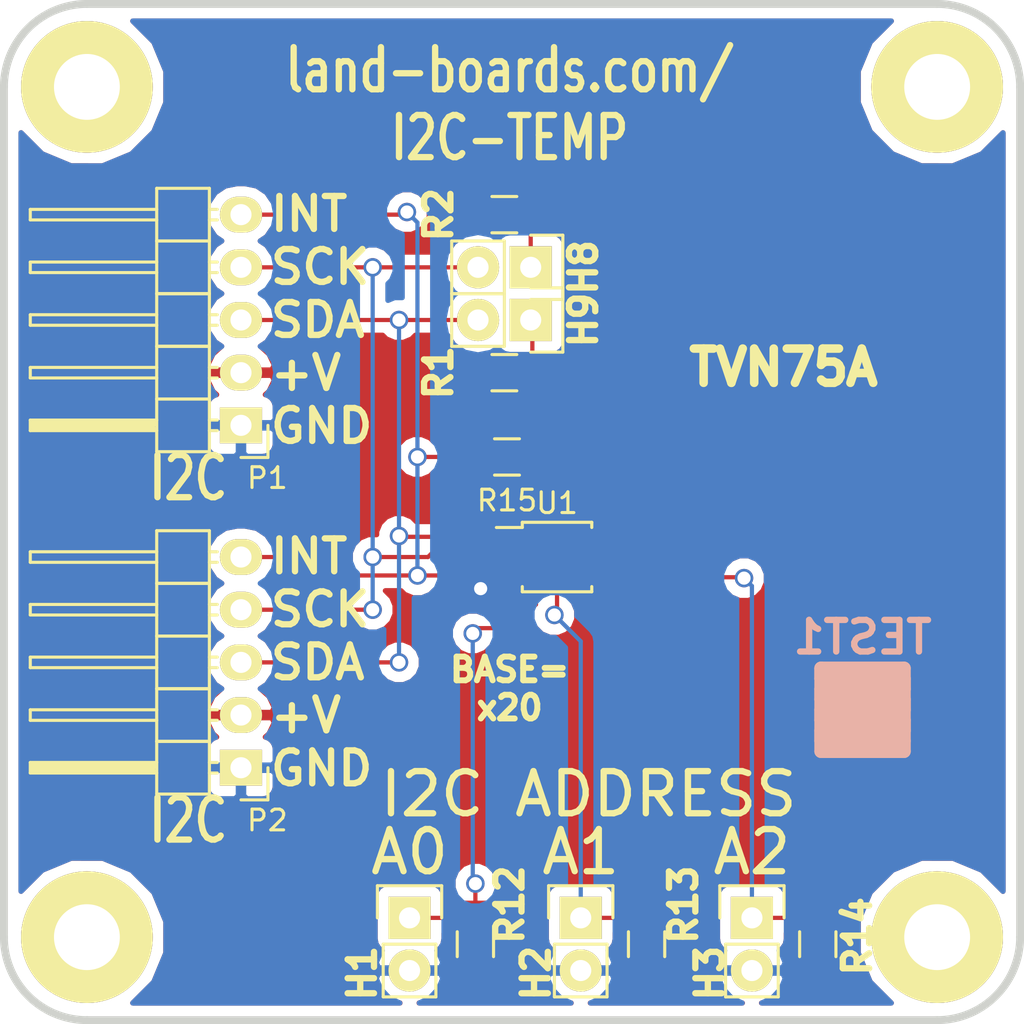
<source format=kicad_pcb>
(kicad_pcb (version 4) (host pcbnew "(after 2015-mar-04 BZR unknown)-product")

  (general
    (links 30)
    (no_connects 1)
    (area -2.293256 -0.190501 51.823257 49.190501)
    (thickness 1.6002)
    (drawings 19)
    (tracks 77)
    (zones 0)
    (modules 19)
    (nets 11)
  )

  (page A4)
  (title_block
    (date "6 jul 2012")
  )

  (layers
    (0 Front signal)
    (31 Back power hide)
    (36 B.SilkS user)
    (37 F.SilkS user)
    (38 B.Mask user)
    (39 F.Mask user)
    (40 Dwgs.User user)
    (41 Cmts.User user)
    (42 Eco1.User user)
    (43 Eco2.User user)
    (44 Edge.Cuts user)
  )

  (setup
    (last_trace_width 0.2032)
    (trace_clearance 0.254)
    (zone_clearance 0.508)
    (zone_45_only no)
    (trace_min 0.2032)
    (segment_width 0.381)
    (edge_width 0.381)
    (via_size 0.889)
    (via_drill 0.635)
    (via_min_size 0.889)
    (via_min_drill 0.508)
    (uvia_size 0.508)
    (uvia_drill 0.127)
    (uvias_allowed no)
    (uvia_min_size 0.508)
    (uvia_min_drill 0.127)
    (pcb_text_width 0.3048)
    (pcb_text_size 1.524 2.032)
    (mod_edge_width 0.381)
    (mod_text_size 1.27 1.27)
    (mod_text_width 0.3048)
    (pad_size 1.524 1.524)
    (pad_drill 0.8128)
    (pad_to_mask_clearance 0.254)
    (aux_axis_origin 0 0)
    (visible_elements 7FFFFF7F)
    (pcbplotparams
      (layerselection 0x010f0_80000001)
      (usegerberextensions true)
      (excludeedgelayer true)
      (linewidth 0.150000)
      (plotframeref false)
      (viasonmask false)
      (mode 1)
      (useauxorigin false)
      (hpglpennumber 1)
      (hpglpenspeed 20)
      (hpglpendiameter 15)
      (hpglpenoverlay 0)
      (psnegative false)
      (psa4output false)
      (plotreference true)
      (plotvalue true)
      (plotinvisibletext false)
      (padsonsilk false)
      (subtractmaskfromsilk false)
      (outputformat 1)
      (mirror false)
      (drillshape 0)
      (scaleselection 1)
      (outputdirectory plots/))
  )

  (net 0 "")
  (net 1 +5V)
  (net 2 /A0)
  (net 3 /A1)
  (net 4 /A2)
  (net 5 /SCK)
  (net 6 /SDA)
  (net 7 GND)
  (net 8 "Net-(H8-Pad1)")
  (net 9 "Net-(H9-Pad1)")
  (net 10 /INT)

  (net_class Default "This is the default net class."
    (clearance 0.254)
    (trace_width 0.2032)
    (via_dia 0.889)
    (via_drill 0.635)
    (uvia_dia 0.508)
    (uvia_drill 0.127)
    (add_net +5V)
    (add_net /A0)
    (add_net /A1)
    (add_net /A2)
    (add_net /INT)
    (add_net /SCK)
    (add_net /SDA)
    (add_net GND)
    (add_net "Net-(H8-Pad1)")
    (add_net "Net-(H9-Pad1)")
  )

  (module Pin_Headers:Pin_Header_Straight_1x02 (layer Front) (tedit 561BF86E) (tstamp 561BAE65)
    (at 36.068 44.069)
    (descr "Through hole pin header")
    (tags "pin header")
    (path /4FECA274)
    (fp_text reference H3 (at -2.032 2.667 90) (layer F.SilkS)
      (effects (font (size 1.27 1.27) (thickness 0.3048)))
    )
    (fp_text value CONN_2 (at 0 -3.1) (layer Eco1.User) hide
      (effects (font (size 1 1) (thickness 0.15)))
    )
    (fp_line (start 1.27 1.27) (end 1.27 3.81) (layer F.SilkS) (width 0.15))
    (fp_line (start 1.55 -1.55) (end 1.55 0) (layer F.SilkS) (width 0.15))
    (fp_line (start -1.75 -1.75) (end -1.75 4.3) (layer F.CrtYd) (width 0.05))
    (fp_line (start 1.75 -1.75) (end 1.75 4.3) (layer F.CrtYd) (width 0.05))
    (fp_line (start -1.75 -1.75) (end 1.75 -1.75) (layer F.CrtYd) (width 0.05))
    (fp_line (start -1.75 4.3) (end 1.75 4.3) (layer F.CrtYd) (width 0.05))
    (fp_line (start 1.27 1.27) (end -1.27 1.27) (layer F.SilkS) (width 0.15))
    (fp_line (start -1.55 0) (end -1.55 -1.55) (layer F.SilkS) (width 0.15))
    (fp_line (start -1.55 -1.55) (end 1.55 -1.55) (layer F.SilkS) (width 0.15))
    (fp_line (start -1.27 1.27) (end -1.27 3.81) (layer F.SilkS) (width 0.15))
    (fp_line (start -1.27 3.81) (end 1.27 3.81) (layer F.SilkS) (width 0.15))
    (pad 1 thru_hole rect (at 0 0) (size 2.032 2.032) (drill 1.016) (layers *.Cu *.Mask F.SilkS)
      (net 4 /A2))
    (pad 2 thru_hole oval (at 0 2.54) (size 2.032 2.032) (drill 1.016) (layers *.Cu *.Mask F.SilkS)
      (net 7 GND))
    (model Pin_Headers.3dshapes/Pin_Header_Straight_1x02.wrl
      (at (xyz 0 -0.05 0))
      (scale (xyz 1 1 1))
      (rotate (xyz 0 0 90))
    )
  )

  (module Resistors_SMD:R_0805_HandSoldering (layer Front) (tedit 561BF946) (tstamp 561BAE99)
    (at 22.733 45.339 90)
    (descr "Resistor SMD 0805, hand soldering")
    (tags "resistor 0805")
    (path /4FECA2A4)
    (attr smd)
    (fp_text reference R12 (at 1.905 1.651 270) (layer F.SilkS)
      (effects (font (size 1.27 1.27) (thickness 0.3048)))
    )
    (fp_text value 10K (at 0 2.1 90) (layer F.SilkS) hide
      (effects (font (size 1 1) (thickness 0.15)))
    )
    (fp_line (start -2.4 -1) (end 2.4 -1) (layer F.CrtYd) (width 0.05))
    (fp_line (start -2.4 1) (end 2.4 1) (layer F.CrtYd) (width 0.05))
    (fp_line (start -2.4 -1) (end -2.4 1) (layer F.CrtYd) (width 0.05))
    (fp_line (start 2.4 -1) (end 2.4 1) (layer F.CrtYd) (width 0.05))
    (fp_line (start 0.6 0.875) (end -0.6 0.875) (layer F.SilkS) (width 0.15))
    (fp_line (start -0.6 -0.875) (end 0.6 -0.875) (layer F.SilkS) (width 0.15))
    (pad 1 smd rect (at -1.35 0 90) (size 1.5 1.3) (layers Front F.Mask)
      (net 1 +5V))
    (pad 2 smd rect (at 1.35 0 90) (size 1.5 1.3) (layers Front F.Mask)
      (net 2 /A0))
    (model Resistors_SMD.3dshapes/R_0805_HandSoldering.wrl
      (at (xyz 0 0 0))
      (scale (xyz 1 1 1))
      (rotate (xyz 0 0 0))
    )
  )

  (module Resistors_SMD:R_0805_HandSoldering (layer Front) (tedit 561BF94E) (tstamp 561BAEA4)
    (at 30.988 45.339 90)
    (descr "Resistor SMD 0805, hand soldering")
    (tags "resistor 0805")
    (path /4FECA2AC)
    (attr smd)
    (fp_text reference R13 (at 1.905 1.778 270) (layer F.SilkS)
      (effects (font (size 1.27 1.27) (thickness 0.3048)))
    )
    (fp_text value 10K (at 0 2.1 90) (layer F.SilkS) hide
      (effects (font (size 1 1) (thickness 0.15)))
    )
    (fp_line (start -2.4 -1) (end 2.4 -1) (layer F.CrtYd) (width 0.05))
    (fp_line (start -2.4 1) (end 2.4 1) (layer F.CrtYd) (width 0.05))
    (fp_line (start -2.4 -1) (end -2.4 1) (layer F.CrtYd) (width 0.05))
    (fp_line (start 2.4 -1) (end 2.4 1) (layer F.CrtYd) (width 0.05))
    (fp_line (start 0.6 0.875) (end -0.6 0.875) (layer F.SilkS) (width 0.15))
    (fp_line (start -0.6 -0.875) (end 0.6 -0.875) (layer F.SilkS) (width 0.15))
    (pad 1 smd rect (at -1.35 0 90) (size 1.5 1.3) (layers Front F.Mask)
      (net 1 +5V))
    (pad 2 smd rect (at 1.35 0 90) (size 1.5 1.3) (layers Front F.Mask)
      (net 3 /A1))
    (model Resistors_SMD.3dshapes/R_0805_HandSoldering.wrl
      (at (xyz 0 0 0))
      (scale (xyz 1 1 1))
      (rotate (xyz 0 0 0))
    )
  )

  (module Resistors_SMD:R_0805_HandSoldering (layer Front) (tedit 561BF955) (tstamp 561BAEAF)
    (at 39.243 45.339 90)
    (descr "Resistor SMD 0805, hand soldering")
    (tags "resistor 0805")
    (path /4FECA2B1)
    (attr smd)
    (fp_text reference R14 (at 0.381 1.905 270) (layer F.SilkS)
      (effects (font (size 1.27 1.27) (thickness 0.3048)))
    )
    (fp_text value 10K (at 0 2.1 90) (layer Eco1.User) hide
      (effects (font (size 1 1) (thickness 0.15)))
    )
    (fp_line (start -2.4 -1) (end 2.4 -1) (layer F.CrtYd) (width 0.05))
    (fp_line (start -2.4 1) (end 2.4 1) (layer F.CrtYd) (width 0.05))
    (fp_line (start -2.4 -1) (end -2.4 1) (layer F.CrtYd) (width 0.05))
    (fp_line (start 2.4 -1) (end 2.4 1) (layer F.CrtYd) (width 0.05))
    (fp_line (start 0.6 0.875) (end -0.6 0.875) (layer F.SilkS) (width 0.15))
    (fp_line (start -0.6 -0.875) (end 0.6 -0.875) (layer F.SilkS) (width 0.15))
    (pad 1 smd rect (at -1.35 0 90) (size 1.5 1.3) (layers Front F.Mask)
      (net 1 +5V))
    (pad 2 smd rect (at 1.35 0 90) (size 1.5 1.3) (layers Front F.Mask)
      (net 4 /A2))
    (model Resistors_SMD.3dshapes/R_0805_HandSoldering.wrl
      (at (xyz 0 0 0))
      (scale (xyz 1 1 1))
      (rotate (xyz 0 0 0))
    )
  )

  (module Resistors_SMD:R_0805_HandSoldering (layer Front) (tedit 561BE370) (tstamp 561BAEBA)
    (at 24.13 17.78)
    (descr "Resistor SMD 0805, hand soldering")
    (tags "resistor 0805")
    (path /4FECA501)
    (attr smd)
    (fp_text reference R1 (at -3.175 0 90) (layer F.SilkS)
      (effects (font (size 1.27 1.27) (thickness 0.3048)))
    )
    (fp_text value 10K (at 0 2.1) (layer Eco1.User) hide
      (effects (font (size 1 1) (thickness 0.15)))
    )
    (fp_line (start -2.4 -1) (end 2.4 -1) (layer F.CrtYd) (width 0.05))
    (fp_line (start -2.4 1) (end 2.4 1) (layer F.CrtYd) (width 0.05))
    (fp_line (start -2.4 -1) (end -2.4 1) (layer F.CrtYd) (width 0.05))
    (fp_line (start 2.4 -1) (end 2.4 1) (layer F.CrtYd) (width 0.05))
    (fp_line (start 0.6 0.875) (end -0.6 0.875) (layer F.SilkS) (width 0.15))
    (fp_line (start -0.6 -0.875) (end 0.6 -0.875) (layer F.SilkS) (width 0.15))
    (pad 1 smd rect (at -1.35 0) (size 1.5 1.3) (layers Front F.Mask)
      (net 1 +5V))
    (pad 2 smd rect (at 1.35 0) (size 1.5 1.3) (layers Front F.Mask)
      (net 9 "Net-(H9-Pad1)"))
    (model Resistors_SMD.3dshapes/R_0805_HandSoldering.wrl
      (at (xyz 0 0 0))
      (scale (xyz 1 1 1))
      (rotate (xyz 0 0 0))
    )
  )

  (module Resistors_SMD:R_0805_HandSoldering (layer Front) (tedit 561BE373) (tstamp 561BAEC5)
    (at 24.13 10.16)
    (descr "Resistor SMD 0805, hand soldering")
    (tags "resistor 0805")
    (path /4FECA4FB)
    (attr smd)
    (fp_text reference R2 (at -3.175 0 90) (layer F.SilkS)
      (effects (font (size 1.27 1.27) (thickness 0.3048)))
    )
    (fp_text value 10K (at 0 2.1) (layer Eco1.User) hide
      (effects (font (size 1 1) (thickness 0.15)))
    )
    (fp_line (start -2.4 -1) (end 2.4 -1) (layer F.CrtYd) (width 0.05))
    (fp_line (start -2.4 1) (end 2.4 1) (layer F.CrtYd) (width 0.05))
    (fp_line (start -2.4 -1) (end -2.4 1) (layer F.CrtYd) (width 0.05))
    (fp_line (start 2.4 -1) (end 2.4 1) (layer F.CrtYd) (width 0.05))
    (fp_line (start 0.6 0.875) (end -0.6 0.875) (layer F.SilkS) (width 0.15))
    (fp_line (start -0.6 -0.875) (end 0.6 -0.875) (layer F.SilkS) (width 0.15))
    (pad 1 smd rect (at -1.35 0) (size 1.5 1.3) (layers Front F.Mask)
      (net 1 +5V))
    (pad 2 smd rect (at 1.35 0) (size 1.5 1.3) (layers Front F.Mask)
      (net 8 "Net-(H8-Pad1)"))
    (model Resistors_SMD.3dshapes/R_0805_HandSoldering.wrl
      (at (xyz 0 0 0))
      (scale (xyz 1 1 1))
      (rotate (xyz 0 0 0))
    )
  )

  (module dougsLib:MTG-4-40 (layer Front) (tedit 561BB33E) (tstamp 561BC0D6)
    (at 4 45)
    (path /561CA6B9)
    (fp_text reference MTG5 (at 0.445 -0.55) (layer F.SilkS) hide
      (effects (font (size 1.27 1.27) (thickness 0.3048)))
    )
    (fp_text value MTG_HOLE (at -0.19 0.085) (layer F.SilkS) hide
      (effects (font (thickness 0.3048)))
    )
    (pad 1 thru_hole circle (at 0 0) (size 6.35 6.35) (drill 3.175) (layers *.Cu *.Mask F.SilkS)
      (clearance 0.508))
  )

  (module dougsLib:MTG-4-40 (layer Front) (tedit 561BB34C) (tstamp 561BC0DB)
    (at 4 4)
    (path /561CA64B)
    (fp_text reference MTG6 (at -0.19 -0.19) (layer F.SilkS) hide
      (effects (font (size 1.27 1.27) (thickness 0.3048)))
    )
    (fp_text value MTG_HOLE (at -0.19 -0.19) (layer F.SilkS) hide
      (effects (font (thickness 0.3048)))
    )
    (pad 1 thru_hole circle (at 0 0) (size 6.35 6.35) (drill 3.175) (layers *.Cu *.Mask F.SilkS)
      (clearance 0.508))
  )

  (module dougsLib:MTG-4-40 (layer Front) (tedit 561BB342) (tstamp 561BC0E0)
    (at 45 45)
    (path /561CA71B)
    (fp_text reference MTG7 (at 0.72 0.085) (layer F.SilkS) hide
      (effects (font (size 1.27 1.27) (thickness 0.3048)))
    )
    (fp_text value MTG_HOLE (at 0.72 0.085) (layer F.SilkS) hide
      (effects (font (thickness 0.3048)))
    )
    (pad 1 thru_hole circle (at 0 0) (size 6.35 6.35) (drill 3.175) (layers *.Cu *.Mask F.SilkS)
      (clearance 0.508))
  )

  (module dougsLib:MTG-4-40 (layer Front) (tedit 561BB347) (tstamp 561BC0E5)
    (at 45 4)
    (path /561CA586)
    (fp_text reference MTG?1 (at 0.085 -0.19) (layer F.SilkS) hide
      (effects (font (size 1.27 1.27) (thickness 0.3048)))
    )
    (fp_text value MTG_HOLE (at -0.55 -0.19) (layer F.SilkS) hide
      (effects (font (thickness 0.3048)))
    )
    (pad 1 thru_hole circle (at 0 0) (size 6.35 6.35) (drill 3.175) (layers *.Cu *.Mask F.SilkS)
      (clearance 0.508))
  )

  (module Pin_Headers:Pin_Header_Straight_1x02 (layer Front) (tedit 561BF87B) (tstamp 561BD892)
    (at 19.558 44.069)
    (descr "Through hole pin header")
    (tags "pin header")
    (path /4FECA249)
    (fp_text reference H1 (at -2.286 2.667 90) (layer F.SilkS)
      (effects (font (size 1.27 1.27) (thickness 0.3048)))
    )
    (fp_text value CONN_2 (at 0 -3.1) (layer Eco1.User) hide
      (effects (font (size 1 1) (thickness 0.15)))
    )
    (fp_line (start 1.27 1.27) (end 1.27 3.81) (layer F.SilkS) (width 0.15))
    (fp_line (start 1.55 -1.55) (end 1.55 0) (layer F.SilkS) (width 0.15))
    (fp_line (start -1.75 -1.75) (end -1.75 4.3) (layer F.CrtYd) (width 0.05))
    (fp_line (start 1.75 -1.75) (end 1.75 4.3) (layer F.CrtYd) (width 0.05))
    (fp_line (start -1.75 -1.75) (end 1.75 -1.75) (layer F.CrtYd) (width 0.05))
    (fp_line (start -1.75 4.3) (end 1.75 4.3) (layer F.CrtYd) (width 0.05))
    (fp_line (start 1.27 1.27) (end -1.27 1.27) (layer F.SilkS) (width 0.15))
    (fp_line (start -1.55 0) (end -1.55 -1.55) (layer F.SilkS) (width 0.15))
    (fp_line (start -1.55 -1.55) (end 1.55 -1.55) (layer F.SilkS) (width 0.15))
    (fp_line (start -1.27 1.27) (end -1.27 3.81) (layer F.SilkS) (width 0.15))
    (fp_line (start -1.27 3.81) (end 1.27 3.81) (layer F.SilkS) (width 0.15))
    (pad 1 thru_hole rect (at 0 0) (size 2.032 2.032) (drill 1.016) (layers *.Cu *.Mask F.SilkS)
      (net 2 /A0))
    (pad 2 thru_hole oval (at 0 2.54) (size 2.032 2.032) (drill 1.016) (layers *.Cu *.Mask F.SilkS)
      (net 7 GND))
    (model Pin_Headers.3dshapes/Pin_Header_Straight_1x02.wrl
      (at (xyz 0 -0.05 0))
      (scale (xyz 1 1 1))
      (rotate (xyz 0 0 90))
    )
  )

  (module Pin_Headers:Pin_Header_Straight_1x02 (layer Front) (tedit 561BF876) (tstamp 561BD8A3)
    (at 27.813 44.069)
    (descr "Through hole pin header")
    (tags "pin header")
    (path /4FECA26F)
    (fp_text reference H2 (at -2.159 2.667 90) (layer F.SilkS)
      (effects (font (size 1.27 1.27) (thickness 0.3048)))
    )
    (fp_text value CONN_2 (at 0 -3.1) (layer Eco1.User) hide
      (effects (font (size 1 1) (thickness 0.15)))
    )
    (fp_line (start 1.27 1.27) (end 1.27 3.81) (layer F.SilkS) (width 0.15))
    (fp_line (start 1.55 -1.55) (end 1.55 0) (layer F.SilkS) (width 0.15))
    (fp_line (start -1.75 -1.75) (end -1.75 4.3) (layer F.CrtYd) (width 0.05))
    (fp_line (start 1.75 -1.75) (end 1.75 4.3) (layer F.CrtYd) (width 0.05))
    (fp_line (start -1.75 -1.75) (end 1.75 -1.75) (layer F.CrtYd) (width 0.05))
    (fp_line (start -1.75 4.3) (end 1.75 4.3) (layer F.CrtYd) (width 0.05))
    (fp_line (start 1.27 1.27) (end -1.27 1.27) (layer F.SilkS) (width 0.15))
    (fp_line (start -1.55 0) (end -1.55 -1.55) (layer F.SilkS) (width 0.15))
    (fp_line (start -1.55 -1.55) (end 1.55 -1.55) (layer F.SilkS) (width 0.15))
    (fp_line (start -1.27 1.27) (end -1.27 3.81) (layer F.SilkS) (width 0.15))
    (fp_line (start -1.27 3.81) (end 1.27 3.81) (layer F.SilkS) (width 0.15))
    (pad 1 thru_hole rect (at 0 0) (size 2.032 2.032) (drill 1.016) (layers *.Cu *.Mask F.SilkS)
      (net 3 /A1))
    (pad 2 thru_hole oval (at 0 2.54) (size 2.032 2.032) (drill 1.016) (layers *.Cu *.Mask F.SilkS)
      (net 7 GND))
    (model Pin_Headers.3dshapes/Pin_Header_Straight_1x02.wrl
      (at (xyz 0 -0.05 0))
      (scale (xyz 1 1 1))
      (rotate (xyz 0 0 90))
    )
  )

  (module Pin_Headers:Pin_Header_Straight_1x02 (layer Front) (tedit 561C0224) (tstamp 561BE067)
    (at 25.4 12.7 270)
    (descr "Through hole pin header")
    (tags "pin header")
    (path /561D30F4)
    (fp_text reference H8 (at 0 -2.54 270) (layer F.SilkS)
      (effects (font (size 1.27 1.27) (thickness 0.3048)))
    )
    (fp_text value CONN_2 (at 0 -3.1 270) (layer Eco1.User) hide
      (effects (font (size 1 1) (thickness 0.15)))
    )
    (fp_line (start 1.27 1.27) (end 1.27 3.81) (layer F.SilkS) (width 0.15))
    (fp_line (start 1.55 -1.55) (end 1.55 0) (layer F.SilkS) (width 0.15))
    (fp_line (start -1.75 -1.75) (end -1.75 4.3) (layer F.CrtYd) (width 0.05))
    (fp_line (start 1.75 -1.75) (end 1.75 4.3) (layer F.CrtYd) (width 0.05))
    (fp_line (start -1.75 -1.75) (end 1.75 -1.75) (layer F.CrtYd) (width 0.05))
    (fp_line (start -1.75 4.3) (end 1.75 4.3) (layer F.CrtYd) (width 0.05))
    (fp_line (start 1.27 1.27) (end -1.27 1.27) (layer F.SilkS) (width 0.15))
    (fp_line (start -1.55 0) (end -1.55 -1.55) (layer F.SilkS) (width 0.15))
    (fp_line (start -1.55 -1.55) (end 1.55 -1.55) (layer F.SilkS) (width 0.15))
    (fp_line (start -1.27 1.27) (end -1.27 3.81) (layer F.SilkS) (width 0.15))
    (fp_line (start -1.27 3.81) (end 1.27 3.81) (layer F.SilkS) (width 0.15))
    (pad 1 thru_hole rect (at 0 0 270) (size 2.032 2.032) (drill 1.016) (layers *.Cu *.Mask F.SilkS)
      (net 8 "Net-(H8-Pad1)"))
    (pad 2 thru_hole oval (at 0 2.54 270) (size 2.032 2.032) (drill 1.016) (layers *.Cu *.Mask F.SilkS)
      (net 5 /SCK))
    (model Pin_Headers.3dshapes/Pin_Header_Straight_1x02.wrl
      (at (xyz 0 -0.05 0))
      (scale (xyz 1 1 1))
      (rotate (xyz 0 0 90))
    )
  )

  (module Pin_Headers:Pin_Header_Straight_1x02 (layer Front) (tedit 561C0231) (tstamp 561BE078)
    (at 25.4 15.24 270)
    (descr "Through hole pin header")
    (tags "pin header")
    (path /561D3076)
    (fp_text reference H9 (at 0 -2.54 270) (layer F.SilkS)
      (effects (font (size 1.27 1.27) (thickness 0.3048)))
    )
    (fp_text value CONN_2 (at 0 -3.1 270) (layer Eco1.User) hide
      (effects (font (size 1 1) (thickness 0.15)))
    )
    (fp_line (start 1.27 1.27) (end 1.27 3.81) (layer F.SilkS) (width 0.15))
    (fp_line (start 1.55 -1.55) (end 1.55 0) (layer F.SilkS) (width 0.15))
    (fp_line (start -1.75 -1.75) (end -1.75 4.3) (layer F.CrtYd) (width 0.05))
    (fp_line (start 1.75 -1.75) (end 1.75 4.3) (layer F.CrtYd) (width 0.05))
    (fp_line (start -1.75 -1.75) (end 1.75 -1.75) (layer F.CrtYd) (width 0.05))
    (fp_line (start -1.75 4.3) (end 1.75 4.3) (layer F.CrtYd) (width 0.05))
    (fp_line (start 1.27 1.27) (end -1.27 1.27) (layer F.SilkS) (width 0.15))
    (fp_line (start -1.55 0) (end -1.55 -1.55) (layer F.SilkS) (width 0.15))
    (fp_line (start -1.55 -1.55) (end 1.55 -1.55) (layer F.SilkS) (width 0.15))
    (fp_line (start -1.27 1.27) (end -1.27 3.81) (layer F.SilkS) (width 0.15))
    (fp_line (start -1.27 3.81) (end 1.27 3.81) (layer F.SilkS) (width 0.15))
    (pad 1 thru_hole rect (at 0 0 270) (size 2.032 2.032) (drill 1.016) (layers *.Cu *.Mask F.SilkS)
      (net 9 "Net-(H9-Pad1)"))
    (pad 2 thru_hole oval (at 0 2.54 270) (size 2.032 2.032) (drill 1.016) (layers *.Cu *.Mask F.SilkS)
      (net 6 /SDA))
    (model Pin_Headers.3dshapes/Pin_Header_Straight_1x02.wrl
      (at (xyz 0 -0.05 0))
      (scale (xyz 1 1 1))
      (rotate (xyz 0 0 90))
    )
  )

  (module Pin_Headers:Pin_Header_Angled_1x05 (layer Front) (tedit 561D3B1F) (tstamp 561D3A11)
    (at 11.43 20.32 180)
    (descr "Through hole pin header")
    (tags "pin header")
    (path /561D6DF6)
    (fp_text reference P1 (at -1.27 -2.54 180) (layer F.SilkS)
      (effects (font (size 1 1) (thickness 0.15)))
    )
    (fp_text value CONN_01X05 (at 0 -3.1 180) (layer Eco1.User) hide
      (effects (font (size 1 1) (thickness 0.15)))
    )
    (fp_line (start -1.5 -1.75) (end -1.5 11.95) (layer F.CrtYd) (width 0.05))
    (fp_line (start 10.65 -1.75) (end 10.65 11.95) (layer F.CrtYd) (width 0.05))
    (fp_line (start -1.5 -1.75) (end 10.65 -1.75) (layer F.CrtYd) (width 0.05))
    (fp_line (start -1.5 11.95) (end 10.65 11.95) (layer F.CrtYd) (width 0.05))
    (fp_line (start -1.3 -1.55) (end -1.3 0) (layer F.SilkS) (width 0.15))
    (fp_line (start 0 -1.55) (end -1.3 -1.55) (layer F.SilkS) (width 0.15))
    (fp_line (start 4.191 -0.127) (end 10.033 -0.127) (layer F.SilkS) (width 0.15))
    (fp_line (start 10.033 -0.127) (end 10.033 0.127) (layer F.SilkS) (width 0.15))
    (fp_line (start 10.033 0.127) (end 4.191 0.127) (layer F.SilkS) (width 0.15))
    (fp_line (start 4.191 0.127) (end 4.191 0) (layer F.SilkS) (width 0.15))
    (fp_line (start 4.191 0) (end 10.033 0) (layer F.SilkS) (width 0.15))
    (fp_line (start 1.524 -0.254) (end 1.143 -0.254) (layer F.SilkS) (width 0.15))
    (fp_line (start 1.524 0.254) (end 1.143 0.254) (layer F.SilkS) (width 0.15))
    (fp_line (start 1.524 2.286) (end 1.143 2.286) (layer F.SilkS) (width 0.15))
    (fp_line (start 1.524 2.794) (end 1.143 2.794) (layer F.SilkS) (width 0.15))
    (fp_line (start 1.524 4.826) (end 1.143 4.826) (layer F.SilkS) (width 0.15))
    (fp_line (start 1.524 5.334) (end 1.143 5.334) (layer F.SilkS) (width 0.15))
    (fp_line (start 1.524 7.366) (end 1.143 7.366) (layer F.SilkS) (width 0.15))
    (fp_line (start 1.524 7.874) (end 1.143 7.874) (layer F.SilkS) (width 0.15))
    (fp_line (start 1.524 10.414) (end 1.143 10.414) (layer F.SilkS) (width 0.15))
    (fp_line (start 1.524 9.906) (end 1.143 9.906) (layer F.SilkS) (width 0.15))
    (fp_line (start 4.064 1.27) (end 4.064 -1.27) (layer F.SilkS) (width 0.15))
    (fp_line (start 10.16 0.254) (end 4.064 0.254) (layer F.SilkS) (width 0.15))
    (fp_line (start 10.16 -0.254) (end 10.16 0.254) (layer F.SilkS) (width 0.15))
    (fp_line (start 4.064 -0.254) (end 10.16 -0.254) (layer F.SilkS) (width 0.15))
    (fp_line (start 1.524 1.27) (end 4.064 1.27) (layer F.SilkS) (width 0.15))
    (fp_line (start 1.524 -1.27) (end 1.524 1.27) (layer F.SilkS) (width 0.15))
    (fp_line (start 1.524 -1.27) (end 4.064 -1.27) (layer F.SilkS) (width 0.15))
    (fp_line (start 1.524 3.81) (end 4.064 3.81) (layer F.SilkS) (width 0.15))
    (fp_line (start 1.524 3.81) (end 1.524 6.35) (layer F.SilkS) (width 0.15))
    (fp_line (start 1.524 6.35) (end 4.064 6.35) (layer F.SilkS) (width 0.15))
    (fp_line (start 4.064 4.826) (end 10.16 4.826) (layer F.SilkS) (width 0.15))
    (fp_line (start 10.16 4.826) (end 10.16 5.334) (layer F.SilkS) (width 0.15))
    (fp_line (start 10.16 5.334) (end 4.064 5.334) (layer F.SilkS) (width 0.15))
    (fp_line (start 4.064 6.35) (end 4.064 3.81) (layer F.SilkS) (width 0.15))
    (fp_line (start 4.064 3.81) (end 4.064 1.27) (layer F.SilkS) (width 0.15))
    (fp_line (start 10.16 2.794) (end 4.064 2.794) (layer F.SilkS) (width 0.15))
    (fp_line (start 10.16 2.286) (end 10.16 2.794) (layer F.SilkS) (width 0.15))
    (fp_line (start 4.064 2.286) (end 10.16 2.286) (layer F.SilkS) (width 0.15))
    (fp_line (start 1.524 3.81) (end 4.064 3.81) (layer F.SilkS) (width 0.15))
    (fp_line (start 1.524 1.27) (end 1.524 3.81) (layer F.SilkS) (width 0.15))
    (fp_line (start 1.524 1.27) (end 4.064 1.27) (layer F.SilkS) (width 0.15))
    (fp_line (start 1.524 8.89) (end 4.064 8.89) (layer F.SilkS) (width 0.15))
    (fp_line (start 1.524 8.89) (end 1.524 11.43) (layer F.SilkS) (width 0.15))
    (fp_line (start 1.524 11.43) (end 4.064 11.43) (layer F.SilkS) (width 0.15))
    (fp_line (start 4.064 9.906) (end 10.16 9.906) (layer F.SilkS) (width 0.15))
    (fp_line (start 10.16 9.906) (end 10.16 10.414) (layer F.SilkS) (width 0.15))
    (fp_line (start 10.16 10.414) (end 4.064 10.414) (layer F.SilkS) (width 0.15))
    (fp_line (start 4.064 11.43) (end 4.064 8.89) (layer F.SilkS) (width 0.15))
    (fp_line (start 4.064 8.89) (end 4.064 6.35) (layer F.SilkS) (width 0.15))
    (fp_line (start 10.16 7.874) (end 4.064 7.874) (layer F.SilkS) (width 0.15))
    (fp_line (start 10.16 7.366) (end 10.16 7.874) (layer F.SilkS) (width 0.15))
    (fp_line (start 4.064 7.366) (end 10.16 7.366) (layer F.SilkS) (width 0.15))
    (fp_line (start 1.524 8.89) (end 4.064 8.89) (layer F.SilkS) (width 0.15))
    (fp_line (start 1.524 6.35) (end 1.524 8.89) (layer F.SilkS) (width 0.15))
    (fp_line (start 1.524 6.35) (end 4.064 6.35) (layer F.SilkS) (width 0.15))
    (pad 1 thru_hole rect (at 0 0 180) (size 2.032 1.7272) (drill 1.016) (layers *.Cu *.Mask F.SilkS)
      (net 7 GND))
    (pad 2 thru_hole oval (at 0 2.54 180) (size 2.032 1.7272) (drill 1.016) (layers *.Cu *.Mask F.SilkS)
      (net 1 +5V))
    (pad 3 thru_hole oval (at 0 5.08 180) (size 2.032 1.7272) (drill 1.016) (layers *.Cu *.Mask F.SilkS)
      (net 6 /SDA))
    (pad 4 thru_hole oval (at 0 7.62 180) (size 2.032 1.7272) (drill 1.016) (layers *.Cu *.Mask F.SilkS)
      (net 5 /SCK))
    (pad 5 thru_hole oval (at 0 10.16 180) (size 2.032 1.7272) (drill 1.016) (layers *.Cu *.Mask F.SilkS)
      (net 10 /INT))
    (model Pin_Headers.3dshapes/Pin_Header_Angled_1x05.wrl
      (at (xyz 0 -0.2 0))
      (scale (xyz 1 1 1))
      (rotate (xyz 0 0 90))
    )
  )

  (module Pin_Headers:Pin_Header_Angled_1x05 (layer Front) (tedit 561D3B1B) (tstamp 561D3A52)
    (at 11.43 36.83 180)
    (descr "Through hole pin header")
    (tags "pin header")
    (path /561D72F4)
    (fp_text reference P2 (at -1.27 -2.54 180) (layer F.SilkS)
      (effects (font (size 1 1) (thickness 0.15)))
    )
    (fp_text value CONN_01X05 (at 0 -3.1 180) (layer Eco1.User) hide
      (effects (font (size 1 1) (thickness 0.15)))
    )
    (fp_line (start -1.5 -1.75) (end -1.5 11.95) (layer F.CrtYd) (width 0.05))
    (fp_line (start 10.65 -1.75) (end 10.65 11.95) (layer F.CrtYd) (width 0.05))
    (fp_line (start -1.5 -1.75) (end 10.65 -1.75) (layer F.CrtYd) (width 0.05))
    (fp_line (start -1.5 11.95) (end 10.65 11.95) (layer F.CrtYd) (width 0.05))
    (fp_line (start -1.3 -1.55) (end -1.3 0) (layer F.SilkS) (width 0.15))
    (fp_line (start 0 -1.55) (end -1.3 -1.55) (layer F.SilkS) (width 0.15))
    (fp_line (start 4.191 -0.127) (end 10.033 -0.127) (layer F.SilkS) (width 0.15))
    (fp_line (start 10.033 -0.127) (end 10.033 0.127) (layer F.SilkS) (width 0.15))
    (fp_line (start 10.033 0.127) (end 4.191 0.127) (layer F.SilkS) (width 0.15))
    (fp_line (start 4.191 0.127) (end 4.191 0) (layer F.SilkS) (width 0.15))
    (fp_line (start 4.191 0) (end 10.033 0) (layer F.SilkS) (width 0.15))
    (fp_line (start 1.524 -0.254) (end 1.143 -0.254) (layer F.SilkS) (width 0.15))
    (fp_line (start 1.524 0.254) (end 1.143 0.254) (layer F.SilkS) (width 0.15))
    (fp_line (start 1.524 2.286) (end 1.143 2.286) (layer F.SilkS) (width 0.15))
    (fp_line (start 1.524 2.794) (end 1.143 2.794) (layer F.SilkS) (width 0.15))
    (fp_line (start 1.524 4.826) (end 1.143 4.826) (layer F.SilkS) (width 0.15))
    (fp_line (start 1.524 5.334) (end 1.143 5.334) (layer F.SilkS) (width 0.15))
    (fp_line (start 1.524 7.366) (end 1.143 7.366) (layer F.SilkS) (width 0.15))
    (fp_line (start 1.524 7.874) (end 1.143 7.874) (layer F.SilkS) (width 0.15))
    (fp_line (start 1.524 10.414) (end 1.143 10.414) (layer F.SilkS) (width 0.15))
    (fp_line (start 1.524 9.906) (end 1.143 9.906) (layer F.SilkS) (width 0.15))
    (fp_line (start 4.064 1.27) (end 4.064 -1.27) (layer F.SilkS) (width 0.15))
    (fp_line (start 10.16 0.254) (end 4.064 0.254) (layer F.SilkS) (width 0.15))
    (fp_line (start 10.16 -0.254) (end 10.16 0.254) (layer F.SilkS) (width 0.15))
    (fp_line (start 4.064 -0.254) (end 10.16 -0.254) (layer F.SilkS) (width 0.15))
    (fp_line (start 1.524 1.27) (end 4.064 1.27) (layer F.SilkS) (width 0.15))
    (fp_line (start 1.524 -1.27) (end 1.524 1.27) (layer F.SilkS) (width 0.15))
    (fp_line (start 1.524 -1.27) (end 4.064 -1.27) (layer F.SilkS) (width 0.15))
    (fp_line (start 1.524 3.81) (end 4.064 3.81) (layer F.SilkS) (width 0.15))
    (fp_line (start 1.524 3.81) (end 1.524 6.35) (layer F.SilkS) (width 0.15))
    (fp_line (start 1.524 6.35) (end 4.064 6.35) (layer F.SilkS) (width 0.15))
    (fp_line (start 4.064 4.826) (end 10.16 4.826) (layer F.SilkS) (width 0.15))
    (fp_line (start 10.16 4.826) (end 10.16 5.334) (layer F.SilkS) (width 0.15))
    (fp_line (start 10.16 5.334) (end 4.064 5.334) (layer F.SilkS) (width 0.15))
    (fp_line (start 4.064 6.35) (end 4.064 3.81) (layer F.SilkS) (width 0.15))
    (fp_line (start 4.064 3.81) (end 4.064 1.27) (layer F.SilkS) (width 0.15))
    (fp_line (start 10.16 2.794) (end 4.064 2.794) (layer F.SilkS) (width 0.15))
    (fp_line (start 10.16 2.286) (end 10.16 2.794) (layer F.SilkS) (width 0.15))
    (fp_line (start 4.064 2.286) (end 10.16 2.286) (layer F.SilkS) (width 0.15))
    (fp_line (start 1.524 3.81) (end 4.064 3.81) (layer F.SilkS) (width 0.15))
    (fp_line (start 1.524 1.27) (end 1.524 3.81) (layer F.SilkS) (width 0.15))
    (fp_line (start 1.524 1.27) (end 4.064 1.27) (layer F.SilkS) (width 0.15))
    (fp_line (start 1.524 8.89) (end 4.064 8.89) (layer F.SilkS) (width 0.15))
    (fp_line (start 1.524 8.89) (end 1.524 11.43) (layer F.SilkS) (width 0.15))
    (fp_line (start 1.524 11.43) (end 4.064 11.43) (layer F.SilkS) (width 0.15))
    (fp_line (start 4.064 9.906) (end 10.16 9.906) (layer F.SilkS) (width 0.15))
    (fp_line (start 10.16 9.906) (end 10.16 10.414) (layer F.SilkS) (width 0.15))
    (fp_line (start 10.16 10.414) (end 4.064 10.414) (layer F.SilkS) (width 0.15))
    (fp_line (start 4.064 11.43) (end 4.064 8.89) (layer F.SilkS) (width 0.15))
    (fp_line (start 4.064 8.89) (end 4.064 6.35) (layer F.SilkS) (width 0.15))
    (fp_line (start 10.16 7.874) (end 4.064 7.874) (layer F.SilkS) (width 0.15))
    (fp_line (start 10.16 7.366) (end 10.16 7.874) (layer F.SilkS) (width 0.15))
    (fp_line (start 4.064 7.366) (end 10.16 7.366) (layer F.SilkS) (width 0.15))
    (fp_line (start 1.524 8.89) (end 4.064 8.89) (layer F.SilkS) (width 0.15))
    (fp_line (start 1.524 6.35) (end 1.524 8.89) (layer F.SilkS) (width 0.15))
    (fp_line (start 1.524 6.35) (end 4.064 6.35) (layer F.SilkS) (width 0.15))
    (pad 1 thru_hole rect (at 0 0 180) (size 2.032 1.7272) (drill 1.016) (layers *.Cu *.Mask F.SilkS)
      (net 7 GND))
    (pad 2 thru_hole oval (at 0 2.54 180) (size 2.032 1.7272) (drill 1.016) (layers *.Cu *.Mask F.SilkS)
      (net 1 +5V))
    (pad 3 thru_hole oval (at 0 5.08 180) (size 2.032 1.7272) (drill 1.016) (layers *.Cu *.Mask F.SilkS)
      (net 6 /SDA))
    (pad 4 thru_hole oval (at 0 7.62 180) (size 2.032 1.7272) (drill 1.016) (layers *.Cu *.Mask F.SilkS)
      (net 5 /SCK))
    (pad 5 thru_hole oval (at 0 10.16 180) (size 2.032 1.7272) (drill 1.016) (layers *.Cu *.Mask F.SilkS)
      (net 10 /INT))
    (model Pin_Headers.3dshapes/Pin_Header_Angled_1x05.wrl
      (at (xyz 0 -0.2 0))
      (scale (xyz 1 1 1))
      (rotate (xyz 0 0 90))
    )
  )

  (module DougsNewMods:TEST_BLK-REAR (layer Front) (tedit 553D0C6F) (tstamp 561D3A69)
    (at 41.402 34.036)
    (path /561D0970)
    (fp_text reference TEST1 (at 0 -3.5) (layer B.SilkS)
      (effects (font (thickness 0.3048)) (justify mirror))
    )
    (fp_text value TEST (at 0 4) (layer F.SilkS) hide
      (effects (font (thickness 0.3048)))
    )
    (fp_line (start -2 -2) (end 2 -2) (layer B.SilkS) (width 0.65))
    (fp_line (start 2 -2) (end 2 2) (layer B.SilkS) (width 0.65))
    (fp_line (start 2 2) (end -2 2) (layer B.SilkS) (width 0.65))
    (fp_line (start -2 2) (end -2 -2) (layer B.SilkS) (width 0.65))
    (fp_line (start -2 -2) (end -2 -1.5) (layer B.SilkS) (width 0.65))
    (fp_line (start -2 -1.5) (end 2 -1.5) (layer B.SilkS) (width 0.65))
    (fp_line (start 2 -1.5) (end 2 -1) (layer B.SilkS) (width 0.65))
    (fp_line (start 2 -1) (end -2 -1) (layer B.SilkS) (width 0.65))
    (fp_line (start -2 -1) (end -2 -0.5) (layer B.SilkS) (width 0.65))
    (fp_line (start -2 -0.5) (end 2 -0.5) (layer B.SilkS) (width 0.65))
    (fp_line (start 2 -0.5) (end 2 0) (layer B.SilkS) (width 0.65))
    (fp_line (start 2 0) (end -2 0) (layer B.SilkS) (width 0.65))
    (fp_line (start -2 0) (end -2 0.5) (layer B.SilkS) (width 0.65))
    (fp_line (start -2 0.5) (end 1.5 0.5) (layer B.SilkS) (width 0.65))
    (fp_line (start 1.5 0.5) (end 2 0.5) (layer B.SilkS) (width 0.65))
    (fp_line (start 2 0.5) (end 2 1) (layer B.SilkS) (width 0.65))
    (fp_line (start 2 1) (end -2 1) (layer B.SilkS) (width 0.65))
    (fp_line (start -2 1) (end -2 1.5) (layer B.SilkS) (width 0.65))
    (fp_line (start -2 1.5) (end 2 1.5) (layer B.SilkS) (width 0.65))
  )

  (module Housings_SSOP:MSOP-8_3x3mm_Pitch0.65mm (layer Front) (tedit 561D3A20) (tstamp 561D3A6A)
    (at 26.67 26.67)
    (descr "8-Lead Plastic Micro Small Outline Package (MS) [MSOP] (see Microchip Packaging Specification 00000049BS.pdf)")
    (tags "SSOP 0.65")
    (path /561D4685)
    (clearance -1.016)
    (attr smd)
    (fp_text reference U1 (at 0 -2.6) (layer F.SilkS)
      (effects (font (size 1 1) (thickness 0.15)))
    )
    (fp_text value TVN75A (at 0 2.6) (layer F.SilkS) hide
      (effects (font (size 1 1) (thickness 0.15)))
    )
    (fp_line (start -3.2 -1.85) (end -3.2 1.85) (layer F.CrtYd) (width 0.05))
    (fp_line (start 3.2 -1.85) (end 3.2 1.85) (layer F.CrtYd) (width 0.05))
    (fp_line (start -3.2 -1.85) (end 3.2 -1.85) (layer F.CrtYd) (width 0.05))
    (fp_line (start -3.2 1.85) (end 3.2 1.85) (layer F.CrtYd) (width 0.05))
    (fp_line (start -1.675 -1.675) (end -1.675 -1.425) (layer F.SilkS) (width 0.15))
    (fp_line (start 1.675 -1.675) (end 1.675 -1.425) (layer F.SilkS) (width 0.15))
    (fp_line (start 1.675 1.675) (end 1.675 1.425) (layer F.SilkS) (width 0.15))
    (fp_line (start -1.675 1.675) (end -1.675 1.425) (layer F.SilkS) (width 0.15))
    (fp_line (start -1.675 -1.675) (end 1.675 -1.675) (layer F.SilkS) (width 0.15))
    (fp_line (start -1.675 1.675) (end 1.675 1.675) (layer F.SilkS) (width 0.15))
    (fp_line (start -1.675 -1.425) (end -2.925 -1.425) (layer F.SilkS) (width 0.15))
    (pad 1 smd rect (at -2.2 -0.975) (size 1.45 0.45) (layers Front F.Mask)
      (net 6 /SDA))
    (pad 2 smd rect (at -2.2 -0.325) (size 1.45 0.45) (layers Front F.Mask)
      (net 5 /SCK))
    (pad 3 smd rect (at -2.2 0.325) (size 1.45 0.45) (layers Front F.Mask)
      (net 10 /INT))
    (pad 4 smd rect (at -2.2 0.975) (size 1.45 0.45) (layers Front F.Mask)
      (net 7 GND))
    (pad 5 smd rect (at 2.2 0.975) (size 1.45 0.45) (layers Front F.Mask)
      (net 4 /A2))
    (pad 6 smd rect (at 2.2 0.325) (size 1.45 0.45) (layers Front F.Mask)
      (net 3 /A1))
    (pad 7 smd rect (at 2.2 -0.325) (size 1.45 0.45) (layers Front F.Mask)
      (net 2 /A0))
    (pad 8 smd rect (at 2.2 -0.975) (size 1.45 0.45) (layers Front F.Mask)
      (net 1 +5V))
    (model Housings_SSOP.3dshapes/MSOP-8_3x3mm_Pitch0.65mm.wrl
      (at (xyz 0 0 0))
      (scale (xyz 1 1 1))
      (rotate (xyz 0 0 0))
    )
  )

  (module Resistors_SMD:R_0805_HandSoldering (layer Front) (tedit 561D58E1) (tstamp 561D40C8)
    (at 24.257 21.844 180)
    (descr "Resistor SMD 0805, hand soldering")
    (tags "resistor 0805")
    (path /4FECA3D8)
    (attr smd)
    (fp_text reference R15 (at 0 -2.1 180) (layer F.SilkS)
      (effects (font (size 1 1) (thickness 0.15)))
    )
    (fp_text value 10K (at 0 2.1 180) (layer Eco2.User) hide
      (effects (font (size 1 1) (thickness 0.15)))
    )
    (fp_line (start -2.4 -1) (end 2.4 -1) (layer F.CrtYd) (width 0.05))
    (fp_line (start -2.4 1) (end 2.4 1) (layer F.CrtYd) (width 0.05))
    (fp_line (start -2.4 -1) (end -2.4 1) (layer F.CrtYd) (width 0.05))
    (fp_line (start 2.4 -1) (end 2.4 1) (layer F.CrtYd) (width 0.05))
    (fp_line (start 0.6 0.875) (end -0.6 0.875) (layer F.SilkS) (width 0.15))
    (fp_line (start -0.6 -0.875) (end 0.6 -0.875) (layer F.SilkS) (width 0.15))
    (pad 1 smd rect (at -1.35 0 180) (size 1.5 1.3) (layers Front F.Mask)
      (net 1 +5V))
    (pad 2 smd rect (at 1.35 0 180) (size 1.5 1.3) (layers Front F.Mask)
      (net 10 /INT))
    (model Resistors_SMD.3dshapes/R_0805_HandSoldering.wrl
      (at (xyz 0 0 0))
      (scale (xyz 1 1 1))
      (rotate (xyz 0 0 0))
    )
  )

  (gr_text "BASE=\nx20" (at 24.384 33.02) (layer F.SilkS)
    (effects (font (size 1.143 1.143) (thickness 0.28575)))
  )
  (gr_text "I2C ADDRESS" (at 28.194 38.1) (layer F.SilkS)
    (effects (font (size 2.032 2.032) (thickness 0.3048)))
  )
  (gr_text "INT\nSCK\nSDA\n+V\nGND" (at 12.7 31.75) (layer F.SilkS)
    (effects (font (size 1.5875 1.5875) (thickness 0.3048)) (justify left))
  )
  (gr_text "INT\nSCK\nSDA\n+V\nGND" (at 12.7 15.24) (layer F.SilkS)
    (effects (font (size 1.5875 1.5875) (thickness 0.3048)) (justify left))
  )
  (gr_text "land-boards.com/\nI2C-TEMP" (at 24.384 4.826) (layer F.SilkS)
    (effects (font (size 2.032 1.524) (thickness 0.3048)))
  )
  (gr_text TVN75A (at 37.592 17.526) (layer F.SilkS)
    (effects (font (size 1.651 1.651) (thickness 0.41275)))
  )
  (gr_text I2C (at 8.89 22.86) (layer F.SilkS)
    (effects (font (size 2.032 1.524) (thickness 0.3048)))
  )
  (gr_text I2C (at 8.89 39.37) (layer F.SilkS)
    (effects (font (size 2.032 1.524) (thickness 0.3048)))
  )
  (gr_text A2 (at 36.068 40.894) (layer F.SilkS)
    (effects (font (size 2.032 2.032) (thickness 0.3048)))
  )
  (gr_text A1 (at 27.813 40.894) (layer F.SilkS)
    (effects (font (size 2.032 2.032) (thickness 0.3048)))
  )
  (gr_line (start 0 45) (end 0 4) (angle 90) (layer Edge.Cuts) (width 0.381))
  (gr_line (start 45 49) (end 4 49) (angle 90) (layer Edge.Cuts) (width 0.381))
  (gr_line (start 49 4) (end 49 45) (angle 90) (layer Edge.Cuts) (width 0.381))
  (gr_line (start 4 0) (end 45 0) (angle 90) (layer Edge.Cuts) (width 0.381))
  (gr_arc (start 45 45) (end 49 45) (angle 90) (layer Edge.Cuts) (width 0.381))
  (gr_arc (start 4 45) (end 4 49) (angle 90) (layer Edge.Cuts) (width 0.381))
  (gr_arc (start 4 4) (end 0 4) (angle 90) (layer Edge.Cuts) (width 0.381))
  (gr_arc (start 45 4) (end 45 0) (angle 90) (layer Edge.Cuts) (width 0.381))
  (gr_text A0 (at 19.558 40.894) (layer F.SilkS)
    (effects (font (size 2.032 2.032) (thickness 0.3048)))
  )

  (segment (start 28.87 25.695) (end 27.854 25.695) (width 0.2032) (layer Front) (net 1))
  (segment (start 27.854 25.695) (end 27.686 25.527) (width 0.2032) (layer Front) (net 1) (tstamp 561D417B))
  (segment (start 28.87 25.695) (end 29.931 25.695) (width 0.2032) (layer Front) (net 1))
  (segment (start 29.931 25.695) (end 29.972 25.654) (width 0.2032) (layer Front) (net 1) (tstamp 561D4178))
  (segment (start 22.733 43.989) (end 22.733 42.418) (width 0.2032) (layer Front) (net 2))
  (segment (start 26.36 26.345) (end 28.87 26.345) (width 0.2032) (layer Front) (net 2) (tstamp 561D415E))
  (segment (start 25.654 27.051) (end 26.36 26.345) (width 0.2032) (layer Front) (net 2) (tstamp 561D415D))
  (segment (start 25.654 28.956) (end 25.654 27.051) (width 0.2032) (layer Front) (net 2) (tstamp 561D415B))
  (segment (start 24.511 30.099) (end 25.654 28.956) (width 0.2032) (layer Front) (net 2) (tstamp 561D4157))
  (segment (start 22.86 30.099) (end 24.511 30.099) (width 0.2032) (layer Front) (net 2) (tstamp 561D4156))
  (segment (start 22.606 30.353) (end 22.86 30.099) (width 0.2032) (layer Front) (net 2) (tstamp 561D4155))
  (via (at 22.606 30.353) (size 0.889) (layers Front Back) (net 2))
  (segment (start 22.606 42.291) (end 22.606 30.353) (width 0.2032) (layer Back) (net 2) (tstamp 561D4153))
  (segment (start 22.733 42.418) (end 22.606 42.291) (width 0.2032) (layer Back) (net 2) (tstamp 561D4152))
  (via (at 22.733 42.418) (size 0.889) (layers Front Back) (net 2))
  (segment (start 19.558 44.069) (end 22.653 44.069) (width 0.2032) (layer Front) (net 2) (status 30))
  (segment (start 22.653 44.069) (end 22.733 43.989) (width 0.2032) (layer Front) (net 2) (tstamp 561BCEAA) (status 30))
  (segment (start 27.813 44.069) (end 27.813 30.734) (width 0.2032) (layer Back) (net 3))
  (segment (start 27.234 26.995) (end 28.87 26.995) (width 0.2032) (layer Front) (net 3) (tstamp 561D4167))
  (segment (start 26.67 27.559) (end 27.234 26.995) (width 0.2032) (layer Front) (net 3) (tstamp 561D4166))
  (segment (start 26.67 29.337) (end 26.67 27.559) (width 0.2032) (layer Front) (net 3) (tstamp 561D4165))
  (segment (start 26.543 29.464) (end 26.67 29.337) (width 0.2032) (layer Front) (net 3) (tstamp 561D4164))
  (via (at 26.543 29.464) (size 0.889) (layers Front Back) (net 3))
  (segment (start 27.813 30.734) (end 26.543 29.464) (width 0.2032) (layer Back) (net 3) (tstamp 561D4161))
  (segment (start 27.813 44.069) (end 30.908 44.069) (width 0.2032) (layer Front) (net 3) (status 30))
  (segment (start 30.908 44.069) (end 30.988 43.989) (width 0.2032) (layer Front) (net 3) (tstamp 561BCEAD) (status 30))
  (segment (start 36.068 44.069) (end 36.068 28.067) (width 0.2032) (layer Back) (net 4))
  (segment (start 35.687 27.686) (end 35.687 27.645) (width 0.2032) (layer Front) (net 4) (tstamp 561D4173))
  (via (at 35.687 27.686) (size 0.889) (layers Front Back) (net 4))
  (segment (start 36.068 28.067) (end 35.687 27.686) (width 0.2032) (layer Back) (net 4) (tstamp 561D4171))
  (segment (start 28.87 27.645) (end 35.687 27.645) (width 0.2032) (layer Front) (net 4))
  (segment (start 39.163 44.069) (end 39.243 43.989) (width 0.2032) (layer Front) (net 4) (tstamp 561BCEB0) (status 30))
  (segment (start 36.068 44.069) (end 39.163 44.069) (width 0.2032) (layer Front) (net 4) (status 30))
  (segment (start 24.47 26.345) (end 20.772 26.345) (width 0.2032) (layer Front) (net 5) (status 10))
  (via (at 17.78 26.67) (size 0.889) (layers Front Back) (net 5))
  (segment (start 20.447 26.67) (end 17.78 26.67) (width 0.2032) (layer Front) (net 5) (tstamp 561D40D0))
  (segment (start 20.772 26.345) (end 20.447 26.67) (width 0.2032) (layer Front) (net 5) (tstamp 561D40CF))
  (segment (start 11.43 29.21) (end 17.78 29.21) (width 0.2032) (layer Front) (net 5) (status 10))
  (via (at 17.78 12.7) (size 0.889) (layers Front Back) (net 5))
  (segment (start 17.78 29.21) (end 17.78 26.67) (width 0.2032) (layer Back) (net 5) (tstamp 561D3FEE))
  (segment (start 17.78 26.67) (end 17.78 12.7) (width 0.2032) (layer Back) (net 5) (tstamp 561D40D4))
  (via (at 17.78 29.21) (size 0.889) (layers Front Back) (net 5))
  (segment (start 11.43 12.7) (end 17.78 12.7) (width 0.2032) (layer Front) (net 5) (status 10))
  (segment (start 17.78 12.7) (end 22.86 12.7) (width 0.2032) (layer Front) (net 5) (tstamp 561D3FF3) (status 20))
  (segment (start 24.47 25.695) (end 19.091 25.695) (width 0.2032) (layer Front) (net 6) (status 10))
  (via (at 19.05 25.654) (size 0.889) (layers Front Back) (net 6))
  (segment (start 19.091 25.695) (end 19.05 25.654) (width 0.2032) (layer Front) (net 6) (tstamp 561D40C9))
  (segment (start 11.43 31.75) (end 19.05 31.75) (width 0.2032) (layer Front) (net 6) (status 10))
  (via (at 19.05 15.24) (size 0.889) (layers Front Back) (net 6))
  (segment (start 19.05 31.75) (end 19.05 25.654) (width 0.2032) (layer Back) (net 6) (tstamp 561D3FF7))
  (segment (start 19.05 25.654) (end 19.05 15.24) (width 0.2032) (layer Back) (net 6) (tstamp 561D40CD))
  (via (at 19.05 31.75) (size 0.889) (layers Front Back) (net 6))
  (segment (start 11.43 15.24) (end 19.05 15.24) (width 0.2032) (layer Front) (net 6) (status 10))
  (segment (start 19.05 15.24) (end 22.86 15.24) (width 0.2032) (layer Front) (net 6) (tstamp 561D3FFC) (status 20))
  (segment (start 24.47 27.645) (end 23.536 27.645) (width 0.2032) (layer Front) (net 7) (status 10))
  (via (at 22.987 28.194) (size 0.889) (layers Front Back) (net 7))
  (segment (start 23.536 27.645) (end 22.987 28.194) (width 0.2032) (layer Front) (net 7) (tstamp 561D40DD))
  (segment (start 25.4 12.7) (end 25.4 10.24) (width 0.2032) (layer Front) (net 8) (status 30))
  (segment (start 25.4 10.24) (end 25.48 10.16) (width 0.2032) (layer Front) (net 8) (tstamp 561D4027) (status 30))
  (segment (start 25.607 11.985) (end 25.527 12.065) (width 0.2032) (layer Front) (net 8) (tstamp 561BE1AF) (status 30))
  (segment (start 25.48 17.78) (end 25.48 15.32) (width 0.2032) (layer Front) (net 9) (status 30))
  (segment (start 25.48 15.32) (end 25.4 15.24) (width 0.2032) (layer Front) (net 9) (tstamp 561D402A) (status 30))
  (segment (start 22.907 21.844) (end 19.939 21.844) (width 0.2032) (layer Front) (net 10) (status 10))
  (via (at 19.939 21.844) (size 0.889) (layers Front Back) (net 10))
  (segment (start 11.43 10.16) (end 19.304 10.16) (width 0.2032) (layer Front) (net 10) (status 10))
  (via (at 19.939 27.559) (size 0.889) (layers Front Back) (net 10))
  (segment (start 19.939 10.541) (end 19.939 21.844) (width 0.2032) (layer Back) (net 10) (tstamp 561D40F1))
  (segment (start 19.939 21.844) (end 19.939 27.559) (width 0.2032) (layer Back) (net 10) (tstamp 561D414D))
  (segment (start 19.431 10.033) (end 19.939 10.541) (width 0.2032) (layer Back) (net 10) (tstamp 561D40F0))
  (via (at 19.431 10.033) (size 0.889) (layers Front Back) (net 10))
  (segment (start 19.304 10.16) (end 19.431 10.033) (width 0.2032) (layer Front) (net 10) (tstamp 561D40EE))
  (segment (start 24.47 26.995) (end 22.662 26.995) (width 0.2032) (layer Front) (net 10) (status 10))
  (segment (start 13.97 26.67) (end 11.43 26.67) (width 0.2032) (layer Front) (net 10) (tstamp 561D40D9) (status 20))
  (segment (start 14.859 27.559) (end 13.97 26.67) (width 0.2032) (layer Front) (net 10) (tstamp 561D40D8))
  (segment (start 22.098 27.559) (end 19.939 27.559) (width 0.2032) (layer Front) (net 10) (tstamp 561D40D7))
  (segment (start 19.939 27.559) (end 14.859 27.559) (width 0.2032) (layer Front) (net 10) (tstamp 561D40F6))
  (segment (start 22.662 26.995) (end 22.098 27.559) (width 0.2032) (layer Front) (net 10) (tstamp 561D40D6))

  (zone (net 7) (net_name GND) (layer Back) (tstamp 561BCDD1) (hatch edge 0.508)
    (connect_pads (clearance 0.508))
    (min_thickness 0.254)
    (fill yes (arc_segments 16) (thermal_gap 0.508) (thermal_bridge_width 0.508))
    (polygon
      (pts
        (xy 3.81 0) (xy 45.085 0) (xy 48.895 5.08) (xy 48.895 44.45) (xy 45.085 48.895)
        (xy 4.445 48.895) (xy 0 44.45) (xy 0 3.81)
      )
    )
    (filled_polygon
      (pts
        (xy 48.1745 42.787183) (xy 47.161009 41.771923) (xy 45.761181 41.190663) (xy 44.245469 41.18934) (xy 42.844628 41.768156)
        (xy 41.771923 42.838991) (xy 41.190663 44.238819) (xy 41.18934 45.754531) (xy 41.768156 47.155372) (xy 42.785507 48.1745)
        (xy 37.73144 48.1745) (xy 37.73144 45.085) (xy 37.73144 43.053) (xy 37.684463 42.810877) (xy 37.544673 42.598073)
        (xy 37.33364 42.455623) (xy 37.084 42.40556) (xy 36.8046 42.40556) (xy 36.8046 28.067) (xy 36.766336 27.874635)
        (xy 36.766687 27.472216) (xy 36.602689 27.075311) (xy 36.299286 26.771378) (xy 35.902668 26.606687) (xy 35.473216 26.606313)
        (xy 35.076311 26.770311) (xy 34.772378 27.073714) (xy 34.607687 27.470332) (xy 34.607313 27.899784) (xy 34.771311 28.296689)
        (xy 35.074714 28.600622) (xy 35.3314 28.707207) (xy 35.3314 42.40556) (xy 35.052 42.40556) (xy 34.809877 42.452537)
        (xy 34.597073 42.592327) (xy 34.454623 42.80336) (xy 34.40456 43.053) (xy 34.40456 45.085) (xy 34.451537 45.327123)
        (xy 34.591327 45.539927) (xy 34.751043 45.647737) (xy 34.661615 45.744182) (xy 34.462025 46.226056) (xy 34.581164 46.482)
        (xy 35.941 46.482) (xy 35.941 46.462) (xy 36.195 46.462) (xy 36.195 46.482) (xy 37.554836 46.482)
        (xy 37.673975 46.226056) (xy 37.474385 45.744182) (xy 37.384425 45.647164) (xy 37.538927 45.545673) (xy 37.681377 45.33464)
        (xy 37.73144 45.085) (xy 37.73144 48.1745) (xy 36.539117 48.1745) (xy 37.036379 47.946188) (xy 37.474385 47.473818)
        (xy 37.673975 46.991944) (xy 37.554836 46.736) (xy 36.195 46.736) (xy 36.195 46.756) (xy 35.941 46.756)
        (xy 35.941 46.736) (xy 34.581164 46.736) (xy 34.462025 46.991944) (xy 34.661615 47.473818) (xy 35.099621 47.946188)
        (xy 35.596882 48.1745) (xy 29.47644 48.1745) (xy 29.47644 45.085) (xy 29.47644 43.053) (xy 29.429463 42.810877)
        (xy 29.289673 42.598073) (xy 29.07864 42.455623) (xy 28.829 42.40556) (xy 28.5496 42.40556) (xy 28.5496 30.734)
        (xy 28.49353 30.452115) (xy 28.333855 30.213145) (xy 27.622467 29.501757) (xy 27.622687 29.250216) (xy 27.458689 28.853311)
        (xy 27.155286 28.549378) (xy 27.06344 28.51124) (xy 27.06344 16.256) (xy 27.06344 14.224) (xy 27.016463 13.981877)
        (xy 27.009535 13.971331) (xy 27.013377 13.96564) (xy 27.06344 13.716) (xy 27.06344 11.684) (xy 27.016463 11.441877)
        (xy 26.876673 11.229073) (xy 26.66564 11.086623) (xy 26.416 11.03656) (xy 24.384 11.03656) (xy 24.141877 11.083537)
        (xy 23.929073 11.223327) (xy 23.830836 11.36886) (xy 23.49181 11.14233) (xy 22.86 11.016655) (xy 22.22819 11.14233)
        (xy 21.692567 11.500222) (xy 21.334675 12.035845) (xy 21.209 12.667655) (xy 21.209 12.732345) (xy 21.334675 13.364155)
        (xy 21.692567 13.899778) (xy 21.797661 13.97) (xy 21.692567 14.040222) (xy 21.334675 14.575845) (xy 21.209 15.207655)
        (xy 21.209 15.272345) (xy 21.334675 15.904155) (xy 21.692567 16.439778) (xy 22.22819 16.79767) (xy 22.86 16.923345)
        (xy 23.49181 16.79767) (xy 23.831298 16.57083) (xy 23.923327 16.710927) (xy 24.13436 16.853377) (xy 24.384 16.90344)
        (xy 26.416 16.90344) (xy 26.658123 16.856463) (xy 26.870927 16.716673) (xy 27.013377 16.50564) (xy 27.06344 16.256)
        (xy 27.06344 28.51124) (xy 26.758668 28.384687) (xy 26.329216 28.384313) (xy 25.932311 28.548311) (xy 25.628378 28.851714)
        (xy 25.463687 29.248332) (xy 25.463313 29.677784) (xy 25.627311 30.074689) (xy 25.930714 30.378622) (xy 26.327332 30.543313)
        (xy 26.580823 30.543533) (xy 27.0764 31.03911) (xy 27.0764 42.40556) (xy 26.797 42.40556) (xy 26.554877 42.452537)
        (xy 26.342073 42.592327) (xy 26.199623 42.80336) (xy 26.14956 43.053) (xy 26.14956 45.085) (xy 26.196537 45.327123)
        (xy 26.336327 45.539927) (xy 26.496043 45.647737) (xy 26.406615 45.744182) (xy 26.207025 46.226056) (xy 26.326164 46.482)
        (xy 27.686 46.482) (xy 27.686 46.462) (xy 27.94 46.462) (xy 27.94 46.482) (xy 29.299836 46.482)
        (xy 29.418975 46.226056) (xy 29.219385 45.744182) (xy 29.129425 45.647164) (xy 29.283927 45.545673) (xy 29.426377 45.33464)
        (xy 29.47644 45.085) (xy 29.47644 48.1745) (xy 28.284117 48.1745) (xy 28.781379 47.946188) (xy 29.219385 47.473818)
        (xy 29.418975 46.991944) (xy 29.299836 46.736) (xy 27.94 46.736) (xy 27.94 46.756) (xy 27.686 46.756)
        (xy 27.686 46.736) (xy 26.326164 46.736) (xy 26.207025 46.991944) (xy 26.406615 47.473818) (xy 26.844621 47.946188)
        (xy 27.341882 48.1745) (xy 23.812687 48.1745) (xy 23.812687 42.204216) (xy 23.648689 41.807311) (xy 23.345286 41.503378)
        (xy 23.3426 41.502262) (xy 23.3426 31.142997) (xy 23.520622 30.965286) (xy 23.685313 30.568668) (xy 23.685687 30.139216)
        (xy 23.521689 29.742311) (xy 23.218286 29.438378) (xy 22.821668 29.273687) (xy 22.392216 29.273313) (xy 21.995311 29.437311)
        (xy 21.691378 29.740714) (xy 21.526687 30.137332) (xy 21.526313 30.566784) (xy 21.690311 30.963689) (xy 21.8694 31.14309)
        (xy 21.8694 41.75478) (xy 21.818378 41.805714) (xy 21.653687 42.202332) (xy 21.653313 42.631784) (xy 21.817311 43.028689)
        (xy 22.120714 43.332622) (xy 22.517332 43.497313) (xy 22.946784 43.497687) (xy 23.343689 43.333689) (xy 23.647622 43.030286)
        (xy 23.812313 42.633668) (xy 23.812687 42.204216) (xy 23.812687 48.1745) (xy 21.22144 48.1745) (xy 21.22144 45.085)
        (xy 21.22144 43.053) (xy 21.174463 42.810877) (xy 21.034673 42.598073) (xy 21.018687 42.587282) (xy 21.018687 27.345216)
        (xy 20.854689 26.948311) (xy 20.6756 26.768909) (xy 20.6756 22.633997) (xy 20.853622 22.456286) (xy 21.018313 22.059668)
        (xy 21.018687 21.630216) (xy 20.854689 21.233311) (xy 20.6756 21.053909) (xy 20.6756 10.541) (xy 20.61953 10.259115)
        (xy 20.510446 10.095859) (xy 20.510687 9.819216) (xy 20.346689 9.422311) (xy 20.043286 9.118378) (xy 19.646668 8.953687)
        (xy 19.217216 8.953313) (xy 18.820311 9.117311) (xy 18.516378 9.420714) (xy 18.351687 9.817332) (xy 18.351313 10.246784)
        (xy 18.515311 10.643689) (xy 18.818714 10.947622) (xy 19.2024 11.106943) (xy 19.2024 14.160631) (xy 18.836216 14.160313)
        (xy 18.5166 14.292375) (xy 18.5166 13.489997) (xy 18.694622 13.312286) (xy 18.859313 12.915668) (xy 18.859687 12.486216)
        (xy 18.695689 12.089311) (xy 18.392286 11.785378) (xy 17.995668 11.620687) (xy 17.566216 11.620313) (xy 17.169311 11.784311)
        (xy 16.865378 12.087714) (xy 16.700687 12.484332) (xy 16.700313 12.913784) (xy 16.864311 13.310689) (xy 17.0434 13.49009)
        (xy 17.0434 25.880002) (xy 16.865378 26.057714) (xy 16.700687 26.454332) (xy 16.700313 26.883784) (xy 16.864311 27.280689)
        (xy 17.0434 27.46009) (xy 17.0434 28.420002) (xy 16.865378 28.597714) (xy 16.700687 28.994332) (xy 16.700313 29.423784)
        (xy 16.864311 29.820689) (xy 17.167714 30.124622) (xy 17.564332 30.289313) (xy 17.993784 30.289687) (xy 18.3134 30.157624)
        (xy 18.3134 30.960002) (xy 18.135378 31.137714) (xy 17.970687 31.534332) (xy 17.970313 31.963784) (xy 18.134311 32.360689)
        (xy 18.437714 32.664622) (xy 18.834332 32.829313) (xy 19.263784 32.829687) (xy 19.660689 32.665689) (xy 19.964622 32.362286)
        (xy 20.129313 31.965668) (xy 20.129687 31.536216) (xy 19.965689 31.139311) (xy 19.7866 30.959909) (xy 19.7866 28.638368)
        (xy 20.152784 28.638687) (xy 20.549689 28.474689) (xy 20.853622 28.171286) (xy 21.018313 27.774668) (xy 21.018687 27.345216)
        (xy 21.018687 42.587282) (xy 20.82364 42.455623) (xy 20.574 42.40556) (xy 18.542 42.40556) (xy 18.299877 42.452537)
        (xy 18.087073 42.592327) (xy 17.944623 42.80336) (xy 17.89456 43.053) (xy 17.89456 45.085) (xy 17.941537 45.327123)
        (xy 18.081327 45.539927) (xy 18.241043 45.647737) (xy 18.151615 45.744182) (xy 17.952025 46.226056) (xy 18.071164 46.482)
        (xy 19.431 46.482) (xy 19.431 46.462) (xy 19.685 46.462) (xy 19.685 46.482) (xy 21.044836 46.482)
        (xy 21.163975 46.226056) (xy 20.964385 45.744182) (xy 20.874425 45.647164) (xy 21.028927 45.545673) (xy 21.171377 45.33464)
        (xy 21.22144 45.085) (xy 21.22144 48.1745) (xy 20.029117 48.1745) (xy 20.526379 47.946188) (xy 20.964385 47.473818)
        (xy 21.163975 46.991944) (xy 21.044836 46.736) (xy 19.685 46.736) (xy 19.685 46.756) (xy 19.431 46.756)
        (xy 19.431 46.736) (xy 18.071164 46.736) (xy 17.952025 46.991944) (xy 18.151615 47.473818) (xy 18.589621 47.946188)
        (xy 19.086882 48.1745) (xy 13.113345 48.1745) (xy 13.113345 34.29) (xy 12.999271 33.716511) (xy 12.674415 33.23033)
        (xy 12.359634 33.02) (xy 12.674415 32.80967) (xy 12.999271 32.323489) (xy 13.113345 31.75) (xy 12.999271 31.176511)
        (xy 12.674415 30.69033) (xy 12.359634 30.48) (xy 12.674415 30.26967) (xy 12.999271 29.783489) (xy 13.113345 29.21)
        (xy 12.999271 28.636511) (xy 12.674415 28.15033) (xy 12.359634 27.94) (xy 12.674415 27.72967) (xy 12.999271 27.243489)
        (xy 13.113345 26.67) (xy 13.113345 17.78) (xy 12.999271 17.206511) (xy 12.674415 16.72033) (xy 12.359634 16.51)
        (xy 12.674415 16.29967) (xy 12.999271 15.813489) (xy 13.113345 15.24) (xy 12.999271 14.666511) (xy 12.674415 14.18033)
        (xy 12.359634 13.97) (xy 12.674415 13.75967) (xy 12.999271 13.273489) (xy 13.113345 12.7) (xy 12.999271 12.126511)
        (xy 12.674415 11.64033) (xy 12.359634 11.43) (xy 12.674415 11.21967) (xy 12.999271 10.733489) (xy 13.113345 10.16)
        (xy 12.999271 9.586511) (xy 12.674415 9.10033) (xy 12.188234 8.775474) (xy 11.614745 8.6614) (xy 11.245255 8.6614)
        (xy 10.671766 8.775474) (xy 10.185585 9.10033) (xy 9.860729 9.586511) (xy 9.746655 10.16) (xy 9.860729 10.733489)
        (xy 10.185585 11.21967) (xy 10.500365 11.43) (xy 10.185585 11.64033) (xy 9.860729 12.126511) (xy 9.746655 12.7)
        (xy 9.860729 13.273489) (xy 10.185585 13.75967) (xy 10.500365 13.97) (xy 10.185585 14.18033) (xy 9.860729 14.666511)
        (xy 9.746655 15.24) (xy 9.860729 15.813489) (xy 10.185585 16.29967) (xy 10.500365 16.51) (xy 10.185585 16.72033)
        (xy 9.860729 17.206511) (xy 9.746655 17.78) (xy 9.860729 18.353489) (xy 10.185585 18.83967) (xy 10.20778 18.8545)
        (xy 10.054302 18.918073) (xy 9.875673 19.096701) (xy 9.779 19.33009) (xy 9.779 19.582709) (xy 9.779 20.03425)
        (xy 9.93775 20.193) (xy 11.303 20.193) (xy 11.303 20.173) (xy 11.557 20.173) (xy 11.557 20.193)
        (xy 12.92225 20.193) (xy 13.081 20.03425) (xy 13.081 19.582709) (xy 13.081 19.33009) (xy 12.984327 19.096701)
        (xy 12.805698 18.918073) (xy 12.652219 18.8545) (xy 12.674415 18.83967) (xy 12.999271 18.353489) (xy 13.113345 17.78)
        (xy 13.113345 26.67) (xy 13.081 26.50739) (xy 13.081 21.30991) (xy 13.081 21.057291) (xy 13.081 20.60575)
        (xy 12.92225 20.447) (xy 11.557 20.447) (xy 11.557 21.65985) (xy 11.71575 21.8186) (xy 12.572309 21.8186)
        (xy 12.805698 21.721927) (xy 12.984327 21.543299) (xy 13.081 21.30991) (xy 13.081 26.50739) (xy 12.999271 26.096511)
        (xy 12.674415 25.61033) (xy 12.188234 25.285474) (xy 11.614745 25.1714) (xy 11.303 25.1714) (xy 11.303 21.65985)
        (xy 11.303 20.447) (xy 9.93775 20.447) (xy 9.779 20.60575) (xy 9.779 21.057291) (xy 9.779 21.30991)
        (xy 9.875673 21.543299) (xy 10.054302 21.721927) (xy 10.287691 21.8186) (xy 11.14425 21.8186) (xy 11.303 21.65985)
        (xy 11.303 25.1714) (xy 11.245255 25.1714) (xy 10.671766 25.285474) (xy 10.185585 25.61033) (xy 9.860729 26.096511)
        (xy 9.746655 26.67) (xy 9.860729 27.243489) (xy 10.185585 27.72967) (xy 10.500365 27.94) (xy 10.185585 28.15033)
        (xy 9.860729 28.636511) (xy 9.746655 29.21) (xy 9.860729 29.783489) (xy 10.185585 30.26967) (xy 10.500365 30.48)
        (xy 10.185585 30.69033) (xy 9.860729 31.176511) (xy 9.746655 31.75) (xy 9.860729 32.323489) (xy 10.185585 32.80967)
        (xy 10.500365 33.02) (xy 10.185585 33.23033) (xy 9.860729 33.716511) (xy 9.746655 34.29) (xy 9.860729 34.863489)
        (xy 10.185585 35.34967) (xy 10.20778 35.3645) (xy 10.054302 35.428073) (xy 9.875673 35.606701) (xy 9.779 35.84009)
        (xy 9.779 36.092709) (xy 9.779 36.54425) (xy 9.93775 36.703) (xy 11.303 36.703) (xy 11.303 36.683)
        (xy 11.557 36.683) (xy 11.557 36.703) (xy 12.92225 36.703) (xy 13.081 36.54425) (xy 13.081 36.092709)
        (xy 13.081 35.84009) (xy 12.984327 35.606701) (xy 12.805698 35.428073) (xy 12.652219 35.3645) (xy 12.674415 35.34967)
        (xy 12.999271 34.863489) (xy 13.113345 34.29) (xy 13.113345 48.1745) (xy 13.081 48.1745) (xy 13.081 37.81991)
        (xy 13.081 37.567291) (xy 13.081 37.11575) (xy 12.92225 36.957) (xy 11.557 36.957) (xy 11.557 38.16985)
        (xy 11.71575 38.3286) (xy 12.572309 38.3286) (xy 12.805698 38.231927) (xy 12.984327 38.053299) (xy 13.081 37.81991)
        (xy 13.081 48.1745) (xy 11.303 48.1745) (xy 11.303 38.16985) (xy 11.303 36.957) (xy 9.93775 36.957)
        (xy 9.779 37.11575) (xy 9.779 37.567291) (xy 9.779 37.81991) (xy 9.875673 38.053299) (xy 10.054302 38.231927)
        (xy 10.287691 38.3286) (xy 11.14425 38.3286) (xy 11.303 38.16985) (xy 11.303 48.1745) (xy 6.212816 48.1745)
        (xy 7.228077 47.161009) (xy 7.809337 45.761181) (xy 7.81066 44.245469) (xy 7.231844 42.844628) (xy 6.161009 41.771923)
        (xy 4.761181 41.190663) (xy 3.245469 41.18934) (xy 1.844628 41.768156) (xy 0.8255 42.785507) (xy 0.8255 6.212816)
        (xy 1.838991 7.228077) (xy 3.238819 7.809337) (xy 4.754531 7.81066) (xy 6.155372 7.231844) (xy 7.228077 6.161009)
        (xy 7.809337 4.761181) (xy 7.81066 3.245469) (xy 7.231844 1.844628) (xy 6.214492 0.8255) (xy 42.787183 0.8255)
        (xy 41.771923 1.838991) (xy 41.190663 3.238819) (xy 41.18934 4.754531) (xy 41.768156 6.155372) (xy 42.838991 7.228077)
        (xy 44.238819 7.809337) (xy 45.754531 7.81066) (xy 47.155372 7.231844) (xy 48.1745 6.214492) (xy 48.1745 42.787183)
      )
    )
  )
  (zone (net 1) (net_name +5V) (layer Front) (tstamp 561BCDD3) (hatch edge 0.508)
    (connect_pads (clearance 0.508))
    (min_thickness 0.254)
    (fill yes (arc_segments 16) (thermal_gap 0.508) (thermal_bridge_width 0.508))
    (polygon
      (pts
        (xy 3.81 0) (xy 44.45 0) (xy 48.895 4.445) (xy 48.895 45.085) (xy 45.085 48.895)
        (xy 3.81 48.895) (xy 0 44.45) (xy 0 3.81)
      )
    )
    (filled_polygon
      (pts
        (xy 48.1745 42.787183) (xy 47.161009 41.771923) (xy 45.761181 41.190663) (xy 44.245469 41.18934) (xy 42.844628 41.768156)
        (xy 41.771923 42.838991) (xy 41.190663 44.238819) (xy 41.18934 45.754531) (xy 41.768156 47.155372) (xy 42.785507 48.1745)
        (xy 40.528 48.1745) (xy 40.528 47.565309) (xy 40.528 46.97475) (xy 40.36925 46.816) (xy 39.37 46.816)
        (xy 39.37 47.91525) (xy 39.52875 48.074) (xy 39.766691 48.074) (xy 40.01931 48.074) (xy 40.252699 47.977327)
        (xy 40.431327 47.798698) (xy 40.528 47.565309) (xy 40.528 48.1745) (xy 39.116 48.1745) (xy 39.116 47.91525)
        (xy 39.116 46.816) (xy 38.11675 46.816) (xy 37.958 46.97475) (xy 37.958 47.565309) (xy 38.054673 47.798698)
        (xy 38.233301 47.977327) (xy 38.46669 48.074) (xy 38.719309 48.074) (xy 38.95725 48.074) (xy 39.116 47.91525)
        (xy 39.116 48.1745) (xy 36.530181 48.1745) (xy 36.732155 48.134325) (xy 37.267778 47.776433) (xy 37.62567 47.24081)
        (xy 37.751345 46.609) (xy 37.62567 45.97719) (xy 37.39883 45.637701) (xy 37.538927 45.545673) (xy 37.681377 45.33464)
        (xy 37.73144 45.085) (xy 37.73144 44.8056) (xy 37.958481 44.8056) (xy 37.992537 44.981123) (xy 38.132327 45.193927)
        (xy 38.34336 45.336377) (xy 38.373791 45.342479) (xy 38.233301 45.400673) (xy 38.054673 45.579302) (xy 37.958 45.812691)
        (xy 37.958 46.40325) (xy 38.11675 46.562) (xy 39.116 46.562) (xy 39.116 46.542) (xy 39.37 46.542)
        (xy 39.37 46.562) (xy 40.36925 46.562) (xy 40.528 46.40325) (xy 40.528 45.812691) (xy 40.431327 45.579302)
        (xy 40.252699 45.400673) (xy 40.114557 45.343453) (xy 40.135123 45.339463) (xy 40.347927 45.199673) (xy 40.490377 44.98864)
        (xy 40.54044 44.739) (xy 40.54044 43.239) (xy 40.493463 42.996877) (xy 40.353673 42.784073) (xy 40.14264 42.641623)
        (xy 39.893 42.59156) (xy 38.593 42.59156) (xy 38.350877 42.638537) (xy 38.138073 42.778327) (xy 37.995623 42.98936)
        (xy 37.94556 43.239) (xy 37.94556 43.3324) (xy 37.73144 43.3324) (xy 37.73144 43.053) (xy 37.684463 42.810877)
        (xy 37.544673 42.598073) (xy 37.33364 42.455623) (xy 37.084 42.40556) (xy 36.766687 42.40556) (xy 36.766687 27.472216)
        (xy 36.602689 27.075311) (xy 36.299286 26.771378) (xy 35.902668 26.606687) (xy 35.473216 26.606313) (xy 35.076311 26.770311)
        (xy 34.93798 26.9084) (xy 30.24244 26.9084) (xy 30.24244 26.77) (xy 30.222717 26.668347) (xy 30.24244 26.57)
        (xy 30.24244 26.12) (xy 30.228735 26.049363) (xy 30.23 26.04631) (xy 30.23 25.96625) (xy 30.208422 25.944672)
        (xy 30.195463 25.877877) (xy 30.055673 25.665073) (xy 29.933344 25.5825) (xy 30.07125 25.5825) (xy 30.23 25.42375)
        (xy 30.23 25.34369) (xy 30.133327 25.110301) (xy 29.954698 24.931673) (xy 29.721309 24.835) (xy 29.15575 24.835)
        (xy 28.997 24.99375) (xy 28.997 25.47256) (xy 28.743 25.47256) (xy 28.743 24.99375) (xy 28.58425 24.835)
        (xy 28.018691 24.835) (xy 27.785302 24.931673) (xy 27.606673 25.110301) (xy 27.51 25.34369) (xy 27.51 25.42375)
        (xy 27.654248 25.567998) (xy 27.51 25.567998) (xy 27.51 25.6084) (xy 27.06344 25.6084) (xy 27.06344 16.256)
        (xy 27.06344 14.224) (xy 27.016463 13.981877) (xy 27.009535 13.971331) (xy 27.013377 13.96564) (xy 27.06344 13.716)
        (xy 27.06344 11.684) (xy 27.016463 11.441877) (xy 26.876673 11.229073) (xy 26.764237 11.153177) (xy 26.827377 11.05964)
        (xy 26.87744 10.81) (xy 26.87744 9.51) (xy 26.830463 9.267877) (xy 26.690673 9.055073) (xy 26.47964 8.912623)
        (xy 26.23 8.86256) (xy 24.73 8.86256) (xy 24.487877 8.909537) (xy 24.275073 9.049327) (xy 24.132623 9.26036)
        (xy 24.12652 9.290791) (xy 24.068327 9.150301) (xy 23.889698 8.971673) (xy 23.656309 8.875) (xy 23.06575 8.875)
        (xy 22.907 9.03375) (xy 22.907 10.033) (xy 22.927 10.033) (xy 22.927 10.287) (xy 22.907 10.287)
        (xy 22.907 10.307) (xy 22.653 10.307) (xy 22.653 10.287) (xy 22.653 10.033) (xy 22.653 9.03375)
        (xy 22.49425 8.875) (xy 21.903691 8.875) (xy 21.670302 8.971673) (xy 21.491673 9.150301) (xy 21.395 9.38369)
        (xy 21.395 9.636309) (xy 21.395 9.87425) (xy 21.55375 10.033) (xy 22.653 10.033) (xy 22.653 10.287)
        (xy 21.55375 10.287) (xy 21.395 10.44575) (xy 21.395 10.683691) (xy 21.395 10.93631) (xy 21.491673 11.169699)
        (xy 21.670302 11.348327) (xy 21.824379 11.412147) (xy 21.692567 11.500222) (xy 21.383081 11.9634) (xy 18.569997 11.9634)
        (xy 18.392286 11.785378) (xy 17.995668 11.620687) (xy 17.566216 11.620313) (xy 17.169311 11.784311) (xy 16.989909 11.9634)
        (xy 12.890283 11.9634) (xy 12.674415 11.64033) (xy 12.359634 11.43) (xy 12.674415 11.21967) (xy 12.890283 10.8966)
        (xy 18.76778 10.8966) (xy 18.818714 10.947622) (xy 19.215332 11.112313) (xy 19.644784 11.112687) (xy 20.041689 10.948689)
        (xy 20.345622 10.645286) (xy 20.510313 10.248668) (xy 20.510687 9.819216) (xy 20.346689 9.422311) (xy 20.043286 9.118378)
        (xy 19.646668 8.953687) (xy 19.217216 8.953313) (xy 18.820311 9.117311) (xy 18.516378 9.420714) (xy 18.515262 9.4234)
        (xy 12.890283 9.4234) (xy 12.674415 9.10033) (xy 12.188234 8.775474) (xy 11.614745 8.6614) (xy 11.245255 8.6614)
        (xy 10.671766 8.775474) (xy 10.185585 9.10033) (xy 9.860729 9.586511) (xy 9.746655 10.16) (xy 9.860729 10.733489)
        (xy 10.185585 11.21967) (xy 10.500365 11.43) (xy 10.185585 11.64033) (xy 9.860729 12.126511) (xy 9.746655 12.7)
        (xy 9.860729 13.273489) (xy 10.185585 13.75967) (xy 10.500365 13.97) (xy 10.185585 14.18033) (xy 9.860729 14.666511)
        (xy 9.746655 15.24) (xy 9.860729 15.813489) (xy 10.185585 16.29967) (xy 10.495069 16.50646) (xy 10.079268 16.877964)
        (xy 9.825291 17.405209) (xy 9.822642 17.420974) (xy 9.943783 17.653) (xy 11.303 17.653) (xy 11.303 17.633)
        (xy 11.557 17.633) (xy 11.557 17.653) (xy 12.916217 17.653) (xy 13.037358 17.420974) (xy 13.034709 17.405209)
        (xy 12.780732 16.877964) (xy 12.36493 16.50646) (xy 12.674415 16.29967) (xy 12.890283 15.9766) (xy 18.260002 15.9766)
        (xy 18.437714 16.154622) (xy 18.834332 16.319313) (xy 19.263784 16.319687) (xy 19.660689 16.155689) (xy 19.84009 15.9766)
        (xy 21.383081 15.9766) (xy 21.692567 16.439778) (xy 21.824379 16.527852) (xy 21.670302 16.591673) (xy 21.491673 16.770301)
        (xy 21.395 17.00369) (xy 21.395 17.256309) (xy 21.395 17.49425) (xy 21.55375 17.653) (xy 22.653 17.653)
        (xy 22.653 17.633) (xy 22.907 17.633) (xy 22.907 17.653) (xy 22.927 17.653) (xy 22.927 17.907)
        (xy 22.907 17.907) (xy 22.907 18.90625) (xy 23.06575 19.065) (xy 23.656309 19.065) (xy 23.889698 18.968327)
        (xy 24.068327 18.789699) (xy 24.125546 18.651557) (xy 24.129537 18.672123) (xy 24.269327 18.884927) (xy 24.48036 19.027377)
        (xy 24.73 19.07744) (xy 26.23 19.07744) (xy 26.472123 19.030463) (xy 26.684927 18.890673) (xy 26.827377 18.67964)
        (xy 26.87744 18.43) (xy 26.87744 17.13) (xy 26.830463 16.887877) (xy 26.764097 16.786848) (xy 26.870927 16.716673)
        (xy 27.013377 16.50564) (xy 27.06344 16.256) (xy 27.06344 25.6084) (xy 26.992 25.6084) (xy 26.992 22.62031)
        (xy 26.992 22.367691) (xy 26.992 22.12975) (xy 26.992 21.55825) (xy 26.992 21.320309) (xy 26.992 21.06769)
        (xy 26.895327 20.834301) (xy 26.716698 20.655673) (xy 26.483309 20.559) (xy 25.89275 20.559) (xy 25.734 20.71775)
        (xy 25.734 21.717) (xy 26.83325 21.717) (xy 26.992 21.55825) (xy 26.992 22.12975) (xy 26.83325 21.971)
        (xy 25.734 21.971) (xy 25.734 22.97025) (xy 25.89275 23.129) (xy 26.483309 23.129) (xy 26.716698 23.032327)
        (xy 26.895327 22.853699) (xy 26.992 22.62031) (xy 26.992 25.6084) (xy 26.36 25.6084) (xy 26.078115 25.66447)
        (xy 25.84244 25.821943) (xy 25.84244 25.47) (xy 25.795463 25.227877) (xy 25.655673 25.015073) (xy 25.48 24.896491)
        (xy 25.48 22.97025) (xy 25.48 21.971) (xy 25.46 21.971) (xy 25.46 21.717) (xy 25.48 21.717)
        (xy 25.48 20.71775) (xy 25.32125 20.559) (xy 24.730691 20.559) (xy 24.497302 20.655673) (xy 24.318673 20.834301)
        (xy 24.261453 20.972442) (xy 24.257463 20.951877) (xy 24.117673 20.739073) (xy 23.90664 20.596623) (xy 23.657 20.54656)
        (xy 22.653 20.54656) (xy 22.653 18.90625) (xy 22.653 17.907) (xy 21.55375 17.907) (xy 21.395 18.06575)
        (xy 21.395 18.303691) (xy 21.395 18.55631) (xy 21.491673 18.789699) (xy 21.670302 18.968327) (xy 21.903691 19.065)
        (xy 22.49425 19.065) (xy 22.653 18.90625) (xy 22.653 20.54656) (xy 22.157 20.54656) (xy 21.914877 20.593537)
        (xy 21.702073 20.733327) (xy 21.559623 20.94436) (xy 21.526926 21.1074) (xy 20.728997 21.1074) (xy 20.551286 20.929378)
        (xy 20.154668 20.764687) (xy 19.725216 20.764313) (xy 19.328311 20.928311) (xy 19.024378 21.231714) (xy 18.859687 21.628332)
        (xy 18.859313 22.057784) (xy 19.023311 22.454689) (xy 19.326714 22.758622) (xy 19.723332 22.923313) (xy 20.152784 22.923687)
        (xy 20.549689 22.759689) (xy 20.72909 22.5806) (xy 21.526362 22.5806) (xy 21.556537 22.736123) (xy 21.696327 22.948927)
        (xy 21.90736 23.091377) (xy 22.157 23.14144) (xy 23.657 23.14144) (xy 23.899123 23.094463) (xy 24.111927 22.954673)
        (xy 24.254377 22.74364) (xy 24.260479 22.713208) (xy 24.318673 22.853699) (xy 24.497302 23.032327) (xy 24.730691 23.129)
        (xy 25.32125 23.129) (xy 25.48 22.97025) (xy 25.48 24.896491) (xy 25.44464 24.872623) (xy 25.195 24.82256)
        (xy 23.745 24.82256) (xy 23.502877 24.869537) (xy 23.367599 24.9584) (xy 19.880926 24.9584) (xy 19.662286 24.739378)
        (xy 19.265668 24.574687) (xy 18.836216 24.574313) (xy 18.439311 24.738311) (xy 18.135378 25.041714) (xy 17.970687 25.438332)
        (xy 17.970554 25.590665) (xy 17.566216 25.590313) (xy 17.169311 25.754311) (xy 16.865378 26.057714) (xy 16.700687 26.454332)
        (xy 16.700366 26.8224) (xy 15.16411 26.8224) (xy 14.490855 26.149145) (xy 14.251885 25.98947) (xy 13.97 25.9334)
        (xy 13.09344 25.9334) (xy 13.09344 21.1836) (xy 13.09344 19.4564) (xy 13.046463 19.214277) (xy 12.906673 19.001473)
        (xy 12.69564 18.859023) (xy 12.603354 18.840516) (xy 12.780732 18.682036) (xy 13.034709 18.154791) (xy 13.037358 18.139026)
        (xy 12.916217 17.907) (xy 11.557 17.907) (xy 11.557 17.927) (xy 11.303 17.927) (xy 11.303 17.907)
        (xy 9.943783 17.907) (xy 9.822642 18.139026) (xy 9.825291 18.154791) (xy 10.079268 18.682036) (xy 10.255701 18.839673)
        (xy 10.171877 18.855937) (xy 9.959073 18.995727) (xy 9.816623 19.20676) (xy 9.76656 19.4564) (xy 9.76656 21.1836)
        (xy 9.813537 21.425723) (xy 9.953327 21.638527) (xy 10.16436 21.780977) (xy 10.414 21.83104) (xy 12.446 21.83104)
        (xy 12.688123 21.784063) (xy 12.900927 21.644273) (xy 13.043377 21.43324) (xy 13.09344 21.1836) (xy 13.09344 25.9334)
        (xy 12.890283 25.9334) (xy 12.674415 25.61033) (xy 12.188234 25.285474) (xy 11.614745 25.1714) (xy 11.245255 25.1714)
        (xy 10.671766 25.285474) (xy 10.185585 25.61033) (xy 9.860729 26.096511) (xy 9.746655 26.67) (xy 9.860729 27.243489)
        (xy 10.185585 27.72967) (xy 10.500365 27.94) (xy 10.185585 28.15033) (xy 9.860729 28.636511) (xy 9.746655 29.21)
        (xy 9.860729 29.783489) (xy 10.185585 30.26967) (xy 10.500365 30.48) (xy 10.185585 30.69033) (xy 9.860729 31.176511)
        (xy 9.746655 31.75) (xy 9.860729 32.323489) (xy 10.185585 32.80967) (xy 10.495069 33.01646) (xy 10.079268 33.387964)
        (xy 9.825291 33.915209) (xy 9.822642 33.930974) (xy 9.943783 34.163) (xy 11.303 34.163) (xy 11.303 34.143)
        (xy 11.557 34.143) (xy 11.557 34.163) (xy 12.916217 34.163) (xy 13.037358 33.930974) (xy 13.034709 33.915209)
        (xy 12.780732 33.387964) (xy 12.36493 33.01646) (xy 12.674415 32.80967) (xy 12.890283 32.4866) (xy 18.260002 32.4866)
        (xy 18.437714 32.664622) (xy 18.834332 32.829313) (xy 19.263784 32.829687) (xy 19.660689 32.665689) (xy 19.964622 32.362286)
        (xy 20.129313 31.965668) (xy 20.129687 31.536216) (xy 19.965689 31.139311) (xy 19.662286 30.835378) (xy 19.265668 30.670687)
        (xy 18.836216 30.670313) (xy 18.439311 30.834311) (xy 18.259909 31.0134) (xy 12.890283 31.0134) (xy 12.674415 30.69033)
        (xy 12.359634 30.48) (xy 12.674415 30.26967) (xy 12.890283 29.9466) (xy 16.990002 29.9466) (xy 17.167714 30.124622)
        (xy 17.564332 30.289313) (xy 17.993784 30.289687) (xy 18.390689 30.125689) (xy 18.694622 29.822286) (xy 18.859313 29.425668)
        (xy 18.859687 28.996216) (xy 18.695689 28.599311) (xy 18.392507 28.2956) (xy 19.149002 28.2956) (xy 19.326714 28.473622)
        (xy 19.723332 28.638313) (xy 20.152784 28.638687) (xy 20.549689 28.474689) (xy 20.72909 28.2956) (xy 21.90741 28.2956)
        (xy 21.907313 28.407784) (xy 22.071311 28.804689) (xy 22.374714 29.108622) (xy 22.771332 29.273313) (xy 23.200784 29.273687)
        (xy 23.597689 29.109689) (xy 23.901622 28.806286) (xy 24.021561 28.51744) (xy 24.9174 28.51744) (xy 24.9174 28.65089)
        (xy 24.20589 29.3624) (xy 23.035311 29.3624) (xy 22.821668 29.273687) (xy 22.392216 29.273313) (xy 21.995311 29.437311)
        (xy 21.691378 29.740714) (xy 21.526687 30.137332) (xy 21.526313 30.566784) (xy 21.690311 30.963689) (xy 21.993714 31.267622)
        (xy 22.390332 31.432313) (xy 22.819784 31.432687) (xy 23.216689 31.268689) (xy 23.520622 30.965286) (xy 23.574472 30.8356)
        (xy 24.511 30.8356) (xy 24.792885 30.77953) (xy 25.031855 30.619855) (xy 25.612607 30.039102) (xy 25.627311 30.074689)
        (xy 25.930714 30.378622) (xy 26.327332 30.543313) (xy 26.756784 30.543687) (xy 27.153689 30.379689) (xy 27.457622 30.076286)
        (xy 27.622313 29.679668) (xy 27.622687 29.250216) (xy 27.458689 28.853311) (xy 27.4066 28.801131) (xy 27.4066 27.86411)
        (xy 27.49756 27.77315) (xy 27.49756 27.87) (xy 27.544537 28.112123) (xy 27.684327 28.324927) (xy 27.89536 28.467377)
        (xy 28.145 28.51744) (xy 29.595 28.51744) (xy 29.837123 28.470463) (xy 29.9724 28.3816) (xy 34.856073 28.3816)
        (xy 35.074714 28.600622) (xy 35.471332 28.765313) (xy 35.900784 28.765687) (xy 36.297689 28.601689) (xy 36.601622 28.298286)
        (xy 36.766313 27.901668) (xy 36.766687 27.472216) (xy 36.766687 42.40556) (xy 35.052 42.40556) (xy 34.809877 42.452537)
        (xy 34.597073 42.592327) (xy 34.454623 42.80336) (xy 34.40456 43.053) (xy 34.40456 45.085) (xy 34.451537 45.327123)
        (xy 34.591327 45.539927) (xy 34.73686 45.638163) (xy 34.51033 45.97719) (xy 34.384655 46.609) (xy 34.51033 47.24081)
        (xy 34.868222 47.776433) (xy 35.403845 48.134325) (xy 35.605818 48.1745) (xy 32.273 48.1745) (xy 32.273 47.565309)
        (xy 32.273 46.97475) (xy 32.11425 46.816) (xy 31.115 46.816) (xy 31.115 47.91525) (xy 31.27375 48.074)
        (xy 31.511691 48.074) (xy 31.76431 48.074) (xy 31.997699 47.977327) (xy 32.176327 47.798698) (xy 32.273 47.565309)
        (xy 32.273 48.1745) (xy 30.861 48.1745) (xy 30.861 47.91525) (xy 30.861 46.816) (xy 29.86175 46.816)
        (xy 29.703 46.97475) (xy 29.703 47.565309) (xy 29.799673 47.798698) (xy 29.978301 47.977327) (xy 30.21169 48.074)
        (xy 30.464309 48.074) (xy 30.70225 48.074) (xy 30.861 47.91525) (xy 30.861 48.1745) (xy 28.275181 48.1745)
        (xy 28.477155 48.134325) (xy 29.012778 47.776433) (xy 29.37067 47.24081) (xy 29.496345 46.609) (xy 29.37067 45.97719)
        (xy 29.14383 45.637701) (xy 29.283927 45.545673) (xy 29.426377 45.33464) (xy 29.47644 45.085) (xy 29.47644 44.8056)
        (xy 29.703481 44.8056) (xy 29.737537 44.981123) (xy 29.877327 45.193927) (xy 30.08836 45.336377) (xy 30.118791 45.342479)
        (xy 29.978301 45.400673) (xy 29.799673 45.579302) (xy 29.703 45.812691) (xy 29.703 46.40325) (xy 29.86175 46.562)
        (xy 30.861 46.562) (xy 30.861 46.542) (xy 31.115 46.542) (xy 31.115 46.562) (xy 32.11425 46.562)
        (xy 32.273 46.40325) (xy 32.273 45.812691) (xy 32.176327 45.579302) (xy 31.997699 45.400673) (xy 31.859557 45.343453)
        (xy 31.880123 45.339463) (xy 32.092927 45.199673) (xy 32.235377 44.98864) (xy 32.28544 44.739) (xy 32.28544 43.239)
        (xy 32.238463 42.996877) (xy 32.098673 42.784073) (xy 31.88764 42.641623) (xy 31.638 42.59156) (xy 30.338 42.59156)
        (xy 30.095877 42.638537) (xy 29.883073 42.778327) (xy 29.740623 42.98936) (xy 29.69056 43.239) (xy 29.69056 43.3324)
        (xy 29.47644 43.3324) (xy 29.47644 43.053) (xy 29.429463 42.810877) (xy 29.289673 42.598073) (xy 29.07864 42.455623)
        (xy 28.829 42.40556) (xy 26.797 42.40556) (xy 26.554877 42.452537) (xy 26.342073 42.592327) (xy 26.199623 42.80336)
        (xy 26.14956 43.053) (xy 26.14956 45.085) (xy 26.196537 45.327123) (xy 26.336327 45.539927) (xy 26.48186 45.638163)
        (xy 26.25533 45.97719) (xy 26.129655 46.609) (xy 26.25533 47.24081) (xy 26.613222 47.776433) (xy 27.148845 48.134325)
        (xy 27.350818 48.1745) (xy 24.018 48.1745) (xy 24.018 47.565309) (xy 24.018 46.97475) (xy 23.85925 46.816)
        (xy 22.86 46.816) (xy 22.86 47.91525) (xy 23.01875 48.074) (xy 23.256691 48.074) (xy 23.50931 48.074)
        (xy 23.742699 47.977327) (xy 23.921327 47.798698) (xy 24.018 47.565309) (xy 24.018 48.1745) (xy 22.606 48.1745)
        (xy 22.606 47.91525) (xy 22.606 46.816) (xy 21.60675 46.816) (xy 21.448 46.97475) (xy 21.448 47.565309)
        (xy 21.544673 47.798698) (xy 21.723301 47.977327) (xy 21.95669 48.074) (xy 22.209309 48.074) (xy 22.44725 48.074)
        (xy 22.606 47.91525) (xy 22.606 48.1745) (xy 20.020181 48.1745) (xy 20.222155 48.134325) (xy 20.757778 47.776433)
        (xy 21.11567 47.24081) (xy 21.241345 46.609) (xy 21.11567 45.97719) (xy 20.88883 45.637701) (xy 21.028927 45.545673)
        (xy 21.171377 45.33464) (xy 21.22144 45.085) (xy 21.22144 44.8056) (xy 21.448481 44.8056) (xy 21.482537 44.981123)
        (xy 21.622327 45.193927) (xy 21.83336 45.336377) (xy 21.863791 45.342479) (xy 21.723301 45.400673) (xy 21.544673 45.579302)
        (xy 21.448 45.812691) (xy 21.448 46.40325) (xy 21.60675 46.562) (xy 22.606 46.562) (xy 22.606 46.542)
        (xy 22.86 46.542) (xy 22.86 46.562) (xy 23.85925 46.562) (xy 24.018 46.40325) (xy 24.018 45.812691)
        (xy 23.921327 45.579302) (xy 23.742699 45.400673) (xy 23.604557 45.343453) (xy 23.625123 45.339463) (xy 23.837927 45.199673)
        (xy 23.980377 44.98864) (xy 24.03044 44.739) (xy 24.03044 43.239) (xy 23.983463 42.996877) (xy 23.843673 42.784073)
        (xy 23.770397 42.734611) (xy 23.812313 42.633668) (xy 23.812687 42.204216) (xy 23.648689 41.807311) (xy 23.345286 41.503378)
        (xy 22.948668 41.338687) (xy 22.519216 41.338313) (xy 22.122311 41.502311) (xy 21.818378 41.805714) (xy 21.653687 42.202332)
        (xy 21.653313 42.631784) (xy 21.695548 42.734002) (xy 21.628073 42.778327) (xy 21.485623 42.98936) (xy 21.43556 43.239)
        (xy 21.43556 43.3324) (xy 21.22144 43.3324) (xy 21.22144 43.053) (xy 21.174463 42.810877) (xy 21.034673 42.598073)
        (xy 20.82364 42.455623) (xy 20.574 42.40556) (xy 18.542 42.40556) (xy 18.299877 42.452537) (xy 18.087073 42.592327)
        (xy 17.944623 42.80336) (xy 17.89456 43.053) (xy 17.89456 45.085) (xy 17.941537 45.327123) (xy 18.081327 45.539927)
        (xy 18.22686 45.638163) (xy 18.00033 45.97719) (xy 17.874655 46.609) (xy 18.00033 47.24081) (xy 18.358222 47.776433)
        (xy 18.893845 48.134325) (xy 19.095818 48.1745) (xy 13.09344 48.1745) (xy 13.09344 37.6936) (xy 13.09344 35.9664)
        (xy 13.046463 35.724277) (xy 12.906673 35.511473) (xy 12.69564 35.369023) (xy 12.603354 35.350516) (xy 12.780732 35.192036)
        (xy 13.034709 34.664791) (xy 13.037358 34.649026) (xy 12.916217 34.417) (xy 11.557 34.417) (xy 11.557 34.437)
        (xy 11.303 34.437) (xy 11.303 34.417) (xy 9.943783 34.417) (xy 9.822642 34.649026) (xy 9.825291 34.664791)
        (xy 10.079268 35.192036) (xy 10.255701 35.349673) (xy 10.171877 35.365937) (xy 9.959073 35.505727) (xy 9.816623 35.71676)
        (xy 9.76656 35.9664) (xy 9.76656 37.6936) (xy 9.813537 37.935723) (xy 9.953327 38.148527) (xy 10.16436 38.290977)
        (xy 10.414 38.34104) (xy 12.446 38.34104) (xy 12.688123 38.294063) (xy 12.900927 38.154273) (xy 13.043377 37.94324)
        (xy 13.09344 37.6936) (xy 13.09344 48.1745) (xy 6.212816 48.1745) (xy 7.228077 47.161009) (xy 7.809337 45.761181)
        (xy 7.81066 44.245469) (xy 7.231844 42.844628) (xy 6.161009 41.771923) (xy 4.761181 41.190663) (xy 3.245469 41.18934)
        (xy 1.844628 41.768156) (xy 0.8255 42.785507) (xy 0.8255 6.212816) (xy 1.838991 7.228077) (xy 3.238819 7.809337)
        (xy 4.754531 7.81066) (xy 6.155372 7.231844) (xy 7.228077 6.161009) (xy 7.809337 4.761181) (xy 7.81066 3.245469)
        (xy 7.231844 1.844628) (xy 6.214492 0.8255) (xy 42.787183 0.8255) (xy 41.771923 1.838991) (xy 41.190663 3.238819)
        (xy 41.18934 4.754531) (xy 41.768156 6.155372) (xy 42.838991 7.228077) (xy 44.238819 7.809337) (xy 45.754531 7.81066)
        (xy 47.155372 7.231844) (xy 48.1745 6.214492) (xy 48.1745 42.787183)
      )
    )
  )
)

</source>
